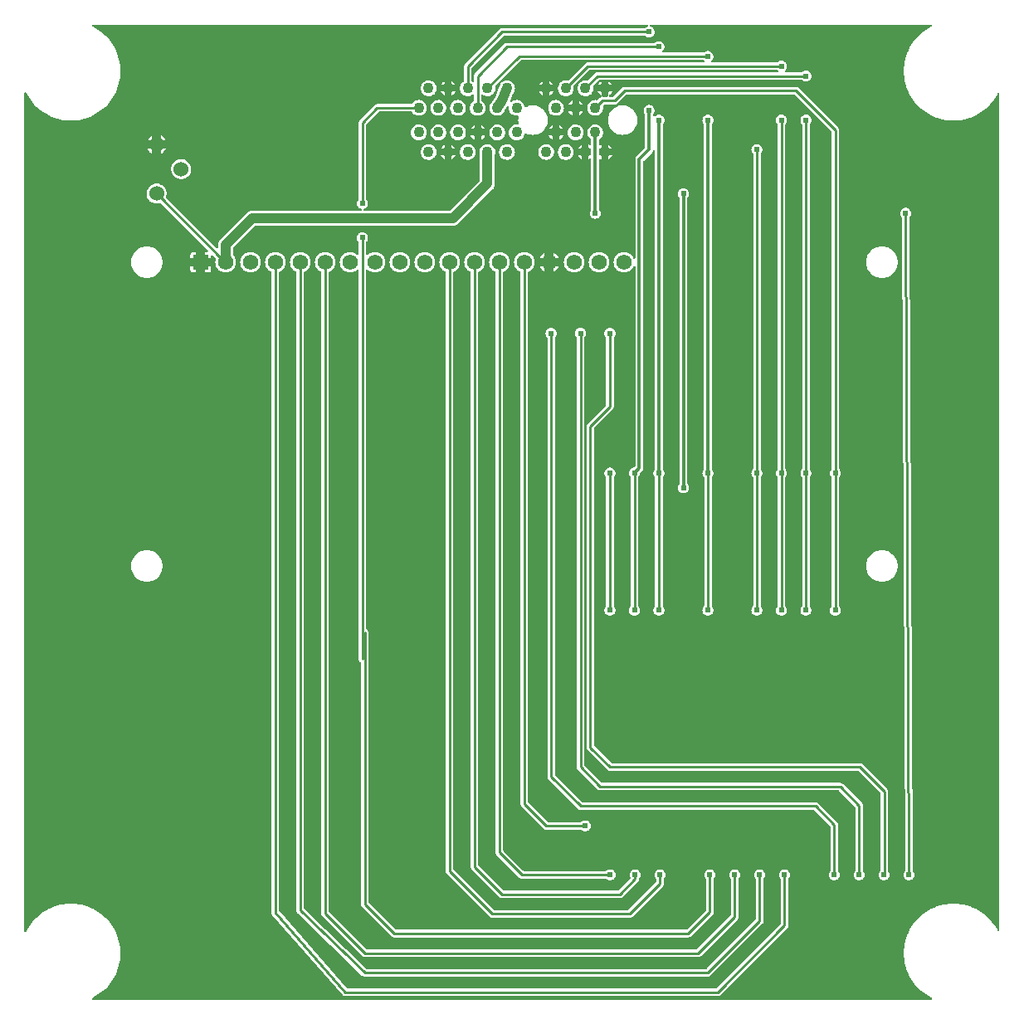
<source format=gtl>
G04 Layer: TopLayer*
G04 EasyEDA v6.5.20, 2023-09-17 03:17:05*
G04 a67cddfb3fce44daa9051d46cbbcc19f,10*
G04 Gerber Generator version 0.2*
G04 Scale: 100 percent, Rotated: No, Reflected: No *
G04 Dimensions in millimeters *
G04 leading zeros omitted , absolute positions ,4 integer and 5 decimal *
%FSLAX45Y45*%
%MOMM*%

%ADD10C,0.2540*%
%ADD11C,1.0000*%
%ADD12C,0.3000*%
%ADD13C,1.1000*%
%ADD14R,1.5748X1.5748*%
%ADD15C,1.5748*%
%ADD16C,1.5240*%
%ADD17C,0.6096*%
%ADD18C,0.6100*%
%ADD19C,0.0106*%

%LPD*%
G36*
X726033Y25908D02*
G01*
X722172Y26670D01*
X718921Y28803D01*
X716686Y32004D01*
X715873Y35864D01*
X716534Y39674D01*
X718616Y43027D01*
X721766Y45313D01*
X725373Y46939D01*
X752805Y61722D01*
X779272Y78130D01*
X804672Y96164D01*
X828954Y115722D01*
X851916Y136702D01*
X873607Y159105D01*
X893826Y182778D01*
X912571Y207670D01*
X929741Y233629D01*
X945286Y260654D01*
X959103Y288544D01*
X971194Y317246D01*
X981506Y346659D01*
X989990Y376631D01*
X996594Y407060D01*
X1001268Y437845D01*
X1004112Y468884D01*
X1004976Y499973D01*
X1004112Y531114D01*
X1001268Y562152D01*
X996594Y592937D01*
X989990Y623366D01*
X981506Y653338D01*
X971194Y682752D01*
X959103Y711454D01*
X945286Y739343D01*
X929741Y766368D01*
X912571Y792327D01*
X893826Y817219D01*
X873607Y840892D01*
X851916Y863295D01*
X828954Y884275D01*
X804672Y903833D01*
X779272Y921867D01*
X752805Y938276D01*
X725373Y953058D01*
X697077Y966063D01*
X668070Y977341D01*
X638403Y986790D01*
X608177Y994410D01*
X577545Y1000150D01*
X546658Y1003960D01*
X515569Y1005890D01*
X484428Y1005890D01*
X453339Y1003960D01*
X422401Y1000150D01*
X391820Y994410D01*
X361594Y986790D01*
X331927Y977341D01*
X302869Y966063D01*
X274624Y953058D01*
X247192Y938276D01*
X220725Y921867D01*
X195275Y903833D01*
X171043Y884275D01*
X148031Y863295D01*
X126390Y840892D01*
X106172Y817219D01*
X87426Y792327D01*
X70256Y766368D01*
X54711Y739343D01*
X45161Y720090D01*
X42316Y716584D01*
X38252Y714705D01*
X33731Y714705D01*
X29718Y716686D01*
X26924Y720242D01*
X25908Y724611D01*
X25908Y9275368D01*
X26924Y9279737D01*
X29718Y9283293D01*
X33731Y9285274D01*
X38252Y9285274D01*
X42316Y9283395D01*
X45161Y9279890D01*
X54711Y9260636D01*
X70256Y9233611D01*
X87426Y9207652D01*
X106172Y9182760D01*
X126390Y9159087D01*
X148031Y9136684D01*
X171043Y9115704D01*
X195275Y9096146D01*
X220725Y9078112D01*
X247192Y9061704D01*
X274624Y9046921D01*
X302869Y9033916D01*
X331927Y9022638D01*
X361594Y9013190D01*
X391820Y9005570D01*
X422401Y8999829D01*
X453339Y8996019D01*
X484428Y8994089D01*
X515569Y8994089D01*
X546658Y8996019D01*
X577545Y8999829D01*
X608177Y9005570D01*
X638403Y9013190D01*
X668070Y9022638D01*
X697077Y9033916D01*
X725373Y9046921D01*
X752805Y9061704D01*
X779272Y9078112D01*
X804672Y9096146D01*
X828954Y9115704D01*
X851916Y9136684D01*
X873607Y9159087D01*
X893826Y9182760D01*
X912571Y9207652D01*
X929741Y9233611D01*
X945286Y9260636D01*
X959103Y9288526D01*
X971194Y9317228D01*
X981506Y9346641D01*
X989990Y9376613D01*
X996594Y9407042D01*
X1001268Y9437827D01*
X1004112Y9468866D01*
X1004976Y9499955D01*
X1004112Y9531096D01*
X1001268Y9562134D01*
X996594Y9592919D01*
X989990Y9623348D01*
X981506Y9653320D01*
X971194Y9682734D01*
X959103Y9711436D01*
X945286Y9739325D01*
X929741Y9766350D01*
X912571Y9792309D01*
X893826Y9817201D01*
X873607Y9840874D01*
X851916Y9863277D01*
X828954Y9884257D01*
X804672Y9903815D01*
X779272Y9921849D01*
X752805Y9938258D01*
X725373Y9953040D01*
X721766Y9954666D01*
X718616Y9956952D01*
X716534Y9960305D01*
X715873Y9964115D01*
X716686Y9967976D01*
X718921Y9971176D01*
X722172Y9973310D01*
X726033Y9974072D01*
X6382461Y9974072D01*
X6386525Y9973208D01*
X6389878Y9970820D01*
X6392011Y9967264D01*
X6392570Y9963150D01*
X6391402Y9959187D01*
X6388760Y9955987D01*
X6385052Y9954107D01*
X6380734Y9952939D01*
X6371793Y9948773D01*
X6363766Y9943134D01*
X6362090Y9941509D01*
X6358788Y9939274D01*
X6354927Y9938512D01*
X4900930Y9938512D01*
X4892903Y9937750D01*
X4885690Y9935514D01*
X4879035Y9931958D01*
X4872786Y9926878D01*
X4522978Y9577578D01*
X4517847Y9571329D01*
X4514291Y9564674D01*
X4512106Y9557461D01*
X4511294Y9549434D01*
X4511294Y9401403D01*
X4510684Y9398000D01*
X4509008Y9395002D01*
X4506417Y9392716D01*
X4503064Y9390634D01*
X4493971Y9383115D01*
X4486097Y9374276D01*
X4479594Y9364472D01*
X4474565Y9353753D01*
X4471162Y9342475D01*
X4469434Y9330791D01*
X4469434Y9318955D01*
X4471162Y9307271D01*
X4474565Y9295993D01*
X4479594Y9285274D01*
X4486097Y9275419D01*
X4493971Y9266631D01*
X4503064Y9259112D01*
X4513122Y9252915D01*
X4523994Y9248343D01*
X4535424Y9245346D01*
X4547158Y9244025D01*
X4558944Y9244482D01*
X4570577Y9246616D01*
X4581753Y9250426D01*
X4592218Y9255810D01*
X4595317Y9257995D01*
X4599381Y9259722D01*
X4603800Y9259570D01*
X4607712Y9257588D01*
X4610404Y9254083D01*
X4611370Y9249765D01*
X4611370Y9201454D01*
X4610760Y9198051D01*
X4609084Y9195003D01*
X4606493Y9192768D01*
X4603038Y9190634D01*
X4593945Y9183116D01*
X4586071Y9174276D01*
X4579569Y9164472D01*
X4574540Y9153753D01*
X4571136Y9142476D01*
X4569460Y9130792D01*
X4569460Y9118955D01*
X4571136Y9107271D01*
X4574540Y9095994D01*
X4579569Y9085275D01*
X4586071Y9075420D01*
X4593945Y9066631D01*
X4603038Y9059113D01*
X4613148Y9052915D01*
X4623968Y9048343D01*
X4635398Y9045346D01*
X4647133Y9044025D01*
X4658969Y9044482D01*
X4670552Y9046616D01*
X4681728Y9050426D01*
X4692243Y9055811D01*
X4701844Y9062720D01*
X4710328Y9070898D01*
X4717542Y9080246D01*
X4723333Y9090558D01*
X4727549Y9101582D01*
X4730140Y9113113D01*
X4731004Y9124848D01*
X4730140Y9136634D01*
X4727549Y9148165D01*
X4723333Y9159189D01*
X4717542Y9169501D01*
X4710328Y9178848D01*
X4701844Y9187027D01*
X4692853Y9193479D01*
X4690567Y9195714D01*
X4689094Y9198559D01*
X4688586Y9201759D01*
X4688586Y9249816D01*
X4689500Y9253982D01*
X4692040Y9257436D01*
X4695748Y9259519D01*
X4700016Y9259874D01*
X4704029Y9258503D01*
X4713122Y9252915D01*
X4723993Y9248343D01*
X4735423Y9245346D01*
X4747158Y9244025D01*
X4758944Y9244482D01*
X4770577Y9246616D01*
X4781753Y9250426D01*
X4792218Y9255810D01*
X4801870Y9262719D01*
X4810353Y9270898D01*
X4817567Y9280245D01*
X4823358Y9290558D01*
X4827574Y9301581D01*
X4830114Y9313113D01*
X4830978Y9324848D01*
X4830114Y9336633D01*
X4828794Y9342577D01*
X4828641Y9345930D01*
X4829556Y9349181D01*
X4831537Y9351975D01*
X5087975Y9608413D01*
X5091277Y9610598D01*
X5095189Y9611360D01*
X6954977Y9611360D01*
X6958787Y9610648D01*
X6962038Y9608566D01*
X6964578Y9606076D01*
X6966864Y9602774D01*
X6967728Y9598863D01*
X6966966Y9594951D01*
X6964781Y9591598D01*
X6961479Y9589363D01*
X6957568Y9588601D01*
X5775299Y9588601D01*
X5767273Y9587788D01*
X5760008Y9585604D01*
X5753354Y9582048D01*
X5747105Y9576917D01*
X5576671Y9406483D01*
X5574030Y9404553D01*
X5570880Y9403588D01*
X5567629Y9403638D01*
X5558942Y9405264D01*
X5547156Y9405670D01*
X5535422Y9404400D01*
X5523992Y9401403D01*
X5513120Y9396780D01*
X5503062Y9390634D01*
X5493969Y9383115D01*
X5486095Y9374276D01*
X5479592Y9364472D01*
X5474563Y9353753D01*
X5471160Y9342475D01*
X5469432Y9330791D01*
X5469432Y9318955D01*
X5471160Y9307271D01*
X5474563Y9295993D01*
X5479592Y9285274D01*
X5486095Y9275419D01*
X5493969Y9266631D01*
X5503062Y9259112D01*
X5513120Y9252915D01*
X5523992Y9248343D01*
X5535422Y9245346D01*
X5547156Y9244025D01*
X5558942Y9244482D01*
X5570575Y9246616D01*
X5581751Y9250426D01*
X5592216Y9255810D01*
X5601868Y9262719D01*
X5610352Y9270898D01*
X5617565Y9280245D01*
X5623356Y9290558D01*
X5627573Y9301581D01*
X5630113Y9313113D01*
X5630976Y9324848D01*
X5630113Y9336633D01*
X5628792Y9342729D01*
X5628589Y9346082D01*
X5629554Y9349333D01*
X5631484Y9352127D01*
X5787796Y9508388D01*
X5791098Y9510572D01*
X5794959Y9511385D01*
X7704988Y9511385D01*
X7708849Y9510623D01*
X7712100Y9508490D01*
X7714538Y9506102D01*
X7716774Y9502851D01*
X7717586Y9498939D01*
X7716824Y9495028D01*
X7714640Y9491675D01*
X7711338Y9489440D01*
X7707426Y9488678D01*
X5875528Y9488678D01*
X5867501Y9487865D01*
X5860237Y9485680D01*
X5853582Y9482124D01*
X5847384Y9476994D01*
X5776772Y9406432D01*
X5774131Y9404553D01*
X5771032Y9403588D01*
X5767781Y9403638D01*
X5758942Y9405264D01*
X5747156Y9405670D01*
X5735421Y9404400D01*
X5723991Y9401403D01*
X5713120Y9396780D01*
X5703062Y9390634D01*
X5693968Y9383115D01*
X5686094Y9374276D01*
X5679592Y9364472D01*
X5674563Y9353753D01*
X5671159Y9342475D01*
X5669432Y9330791D01*
X5669432Y9318955D01*
X5671159Y9307271D01*
X5674563Y9295993D01*
X5679592Y9285274D01*
X5686094Y9275419D01*
X5693968Y9266631D01*
X5703062Y9259112D01*
X5713120Y9252915D01*
X5723991Y9248343D01*
X5735421Y9245346D01*
X5747156Y9244025D01*
X5758942Y9244482D01*
X5770575Y9246616D01*
X5781751Y9250426D01*
X5792216Y9255810D01*
X5801868Y9262719D01*
X5810351Y9270898D01*
X5817565Y9280245D01*
X5823356Y9290558D01*
X5827572Y9301581D01*
X5830112Y9313113D01*
X5830976Y9324848D01*
X5830112Y9336633D01*
X5828792Y9342577D01*
X5828639Y9345980D01*
X5829554Y9349232D01*
X5831535Y9351975D01*
X5888024Y9408464D01*
X5891326Y9410700D01*
X5895238Y9411462D01*
X5900978Y9411462D01*
X5905246Y9410547D01*
X5908751Y9407906D01*
X5910783Y9404045D01*
X5911037Y9399676D01*
X5909462Y9395663D01*
X5906312Y9392615D01*
X5903061Y9390634D01*
X5893968Y9383115D01*
X5886094Y9374276D01*
X5879592Y9364472D01*
X5876899Y9358731D01*
X5916269Y9358731D01*
X5916269Y9401302D01*
X5917031Y9405213D01*
X5919216Y9408464D01*
X5922518Y9410700D01*
X5926429Y9411462D01*
X5973775Y9411462D01*
X5977686Y9410700D01*
X5980988Y9408464D01*
X5983173Y9405213D01*
X5983935Y9401302D01*
X5983935Y9358731D01*
X6023508Y9358731D01*
X6017564Y9369501D01*
X6010351Y9378848D01*
X6001867Y9387027D01*
X5993434Y9393021D01*
X5990590Y9396171D01*
X5989269Y9400184D01*
X5989675Y9404400D01*
X5991809Y9408058D01*
X5995212Y9410598D01*
X5999378Y9411462D01*
X7954924Y9411462D01*
X7958785Y9410700D01*
X7962087Y9408464D01*
X7963763Y9406839D01*
X7971790Y9401200D01*
X7980730Y9397034D01*
X7990179Y9394494D01*
X7999984Y9393631D01*
X8009788Y9394494D01*
X8019237Y9397034D01*
X8028178Y9401200D01*
X8036204Y9406839D01*
X8043164Y9413748D01*
X8048802Y9421825D01*
X8052917Y9430715D01*
X8055457Y9440214D01*
X8056321Y9449968D01*
X8055457Y9459772D01*
X8052917Y9469272D01*
X8048802Y9478162D01*
X8043164Y9486188D01*
X8036204Y9493148D01*
X8028178Y9498787D01*
X8019237Y9502952D01*
X8009788Y9505492D01*
X7999984Y9506305D01*
X7990179Y9505492D01*
X7980730Y9502952D01*
X7971790Y9498787D01*
X7963763Y9493148D01*
X7962290Y9491675D01*
X7958988Y9489440D01*
X7955076Y9488678D01*
X7792567Y9488678D01*
X7788656Y9489440D01*
X7785353Y9491675D01*
X7783169Y9494977D01*
X7782407Y9498888D01*
X7783169Y9502749D01*
X7785404Y9506051D01*
X7793177Y9513773D01*
X7798816Y9521799D01*
X7802930Y9530689D01*
X7805470Y9540189D01*
X7806334Y9549942D01*
X7805470Y9559747D01*
X7802930Y9569246D01*
X7798816Y9578136D01*
X7793177Y9586214D01*
X7786217Y9593122D01*
X7778191Y9598761D01*
X7769250Y9602927D01*
X7759801Y9605467D01*
X7749997Y9606330D01*
X7740192Y9605467D01*
X7730744Y9602927D01*
X7721803Y9598761D01*
X7713776Y9593122D01*
X7712202Y9591548D01*
X7708900Y9589363D01*
X7705039Y9588601D01*
X7042403Y9588601D01*
X7038543Y9589363D01*
X7035241Y9591598D01*
X7033006Y9594900D01*
X7032244Y9598812D01*
X7033056Y9602673D01*
X7035292Y9605975D01*
X7043166Y9613747D01*
X7048804Y9621774D01*
X7052919Y9630714D01*
X7055459Y9640163D01*
X7056323Y9649968D01*
X7055459Y9659772D01*
X7052919Y9669221D01*
X7048804Y9678162D01*
X7043166Y9686188D01*
X7036206Y9693148D01*
X7028180Y9698786D01*
X7019239Y9702901D01*
X7009790Y9705441D01*
X6999986Y9706305D01*
X6990181Y9705441D01*
X6980732Y9702901D01*
X6971792Y9698786D01*
X6963765Y9693148D01*
X6962190Y9691573D01*
X6958888Y9689338D01*
X6955028Y9688576D01*
X6542430Y9688576D01*
X6538518Y9689338D01*
X6535216Y9691573D01*
X6533032Y9694875D01*
X6532270Y9698786D01*
X6533032Y9702698D01*
X6535267Y9705949D01*
X6543192Y9713772D01*
X6548780Y9721799D01*
X6552946Y9730689D01*
X6555486Y9740188D01*
X6556349Y9749942D01*
X6555486Y9759746D01*
X6552946Y9769246D01*
X6548780Y9778136D01*
X6543141Y9786213D01*
X6536232Y9793122D01*
X6528155Y9798761D01*
X6519265Y9802926D01*
X6509766Y9805466D01*
X6500012Y9806330D01*
X6490208Y9805466D01*
X6480708Y9802926D01*
X6471818Y9798761D01*
X6463741Y9793122D01*
X6462268Y9791649D01*
X6458966Y9789414D01*
X6455054Y9788652D01*
X4950460Y9788652D01*
X4942433Y9787839D01*
X4935220Y9785654D01*
X4928514Y9782098D01*
X4922316Y9776968D01*
X4623054Y9477705D01*
X4617923Y9471507D01*
X4614367Y9464802D01*
X4612182Y9457588D01*
X4611370Y9449562D01*
X4611370Y9399981D01*
X4610404Y9395663D01*
X4607712Y9392158D01*
X4603800Y9390176D01*
X4599381Y9389973D01*
X4595317Y9391700D01*
X4592777Y9393529D01*
X4590491Y9395764D01*
X4589018Y9398660D01*
X4588510Y9401810D01*
X4588510Y9529673D01*
X4589272Y9533585D01*
X4591507Y9536836D01*
X4913426Y9858349D01*
X4916728Y9860534D01*
X4920589Y9861296D01*
X6355080Y9861296D01*
X6358940Y9860534D01*
X6362242Y9858298D01*
X6363766Y9856825D01*
X6371793Y9851186D01*
X6380734Y9847021D01*
X6390182Y9844481D01*
X6399987Y9843617D01*
X6409791Y9844481D01*
X6419240Y9847021D01*
X6428181Y9851186D01*
X6436207Y9856825D01*
X6443167Y9863734D01*
X6448806Y9871811D01*
X6452920Y9880701D01*
X6455460Y9890201D01*
X6456324Y9899954D01*
X6455460Y9909759D01*
X6452920Y9919258D01*
X6448806Y9928148D01*
X6443167Y9936226D01*
X6436207Y9943134D01*
X6428181Y9948773D01*
X6419240Y9952939D01*
X6414922Y9954107D01*
X6411214Y9955987D01*
X6408572Y9959187D01*
X6407404Y9963150D01*
X6407962Y9967264D01*
X6410096Y9970820D01*
X6413449Y9973208D01*
X6417513Y9974072D01*
X9278975Y9974072D01*
X9282785Y9973310D01*
X9286036Y9971176D01*
X9288272Y9967976D01*
X9289084Y9964115D01*
X9288424Y9960305D01*
X9286392Y9956952D01*
X9283192Y9954666D01*
X9279585Y9953040D01*
X9252153Y9938258D01*
X9225686Y9921849D01*
X9200286Y9903815D01*
X9176054Y9884257D01*
X9153042Y9863277D01*
X9131401Y9840874D01*
X9111132Y9817201D01*
X9092387Y9792309D01*
X9075216Y9766350D01*
X9059722Y9739325D01*
X9045854Y9711436D01*
X9033764Y9682734D01*
X9023451Y9653320D01*
X9015018Y9623348D01*
X9008414Y9592919D01*
X9003690Y9562134D01*
X9000896Y9531096D01*
X8999982Y9500006D01*
X9000896Y9468866D01*
X9003690Y9437827D01*
X9008414Y9407042D01*
X9015018Y9376613D01*
X9023451Y9346641D01*
X9033764Y9317228D01*
X9045854Y9288526D01*
X9059722Y9260636D01*
X9075216Y9233611D01*
X9092387Y9207652D01*
X9111132Y9182760D01*
X9131401Y9159087D01*
X9153042Y9136684D01*
X9176054Y9115704D01*
X9200286Y9096146D01*
X9225686Y9078112D01*
X9252153Y9061704D01*
X9279585Y9046921D01*
X9307880Y9033916D01*
X9336938Y9022638D01*
X9366605Y9013190D01*
X9396780Y9005570D01*
X9427413Y8999829D01*
X9458299Y8996019D01*
X9489389Y8994089D01*
X9520529Y8994089D01*
X9551619Y8996019D01*
X9582556Y8999829D01*
X9613188Y9005570D01*
X9643364Y9013190D01*
X9673031Y9022638D01*
X9702088Y9033916D01*
X9730384Y9046921D01*
X9757816Y9061704D01*
X9784283Y9078112D01*
X9809683Y9096146D01*
X9833914Y9115704D01*
X9856927Y9136684D01*
X9878568Y9159087D01*
X9898837Y9182760D01*
X9917531Y9207652D01*
X9934702Y9233611D01*
X9950246Y9260636D01*
X9954818Y9269831D01*
X9957663Y9273286D01*
X9961727Y9275216D01*
X9966248Y9275165D01*
X9970262Y9273235D01*
X9973056Y9269679D01*
X9974072Y9265310D01*
X9974072Y734669D01*
X9973056Y730300D01*
X9970262Y726744D01*
X9966248Y724814D01*
X9961727Y724763D01*
X9957663Y726694D01*
X9954818Y730148D01*
X9950246Y739343D01*
X9934702Y766368D01*
X9917531Y792327D01*
X9898837Y817219D01*
X9878568Y840892D01*
X9856927Y863295D01*
X9833914Y884275D01*
X9809683Y903833D01*
X9784283Y921867D01*
X9757816Y938276D01*
X9730384Y953058D01*
X9702088Y966063D01*
X9673031Y977341D01*
X9643364Y986790D01*
X9613188Y994410D01*
X9582556Y1000150D01*
X9551619Y1003960D01*
X9520529Y1005890D01*
X9489389Y1005890D01*
X9458299Y1003960D01*
X9427413Y1000150D01*
X9396780Y994410D01*
X9366605Y986790D01*
X9336938Y977341D01*
X9307880Y966063D01*
X9279585Y953058D01*
X9252153Y938276D01*
X9225686Y921867D01*
X9200286Y903833D01*
X9176054Y884275D01*
X9153042Y863295D01*
X9131401Y840892D01*
X9111132Y817219D01*
X9092387Y792327D01*
X9075216Y766368D01*
X9059722Y739343D01*
X9045854Y711454D01*
X9033764Y682752D01*
X9023451Y653338D01*
X9015018Y623366D01*
X9008414Y592937D01*
X9003690Y562152D01*
X9000896Y531114D01*
X8999982Y500024D01*
X9000896Y468884D01*
X9003690Y437845D01*
X9008414Y407060D01*
X9015018Y376631D01*
X9023451Y346659D01*
X9033764Y317246D01*
X9045854Y288544D01*
X9059722Y260654D01*
X9075216Y233629D01*
X9092387Y207670D01*
X9111132Y182778D01*
X9131401Y159105D01*
X9153042Y136702D01*
X9176054Y115722D01*
X9200286Y96164D01*
X9225686Y78130D01*
X9252153Y61722D01*
X9279585Y46939D01*
X9283192Y45313D01*
X9286392Y43027D01*
X9288424Y39674D01*
X9289084Y35864D01*
X9288272Y32004D01*
X9286036Y28803D01*
X9282785Y26670D01*
X9278975Y25908D01*
G37*

%LPC*%
G36*
X5383936Y9358731D02*
G01*
X5423509Y9358731D01*
X5417566Y9369501D01*
X5410352Y9378848D01*
X5401868Y9387027D01*
X5392216Y9393885D01*
X5383936Y9398152D01*
G37*
G36*
X3500374Y461518D02*
G01*
X6899402Y461518D01*
X6907428Y462280D01*
X6914642Y464515D01*
X6921296Y468071D01*
X6927545Y473151D01*
X7299959Y845312D01*
X7305090Y851560D01*
X7308646Y858215D01*
X7310831Y865479D01*
X7311644Y873506D01*
X7311644Y1255064D01*
X7312406Y1258925D01*
X7314641Y1262227D01*
X7316165Y1263751D01*
X7321803Y1271828D01*
X7325918Y1280718D01*
X7328458Y1290218D01*
X7329322Y1299972D01*
X7328458Y1309776D01*
X7325918Y1319276D01*
X7321803Y1328166D01*
X7316165Y1336243D01*
X7309205Y1343152D01*
X7301179Y1348790D01*
X7292238Y1352956D01*
X7282789Y1355496D01*
X7272985Y1356360D01*
X7263180Y1355496D01*
X7253731Y1352956D01*
X7244791Y1348790D01*
X7236764Y1343152D01*
X7229805Y1336243D01*
X7224166Y1328166D01*
X7220051Y1319276D01*
X7217511Y1309776D01*
X7216648Y1299972D01*
X7217511Y1290218D01*
X7220051Y1280718D01*
X7224166Y1271828D01*
X7229805Y1263751D01*
X7231430Y1262126D01*
X7233666Y1258824D01*
X7234428Y1254963D01*
X7234428Y893216D01*
X7233666Y889304D01*
X7231430Y886002D01*
X6886905Y541731D01*
X6883603Y539496D01*
X6879742Y538734D01*
X3520084Y538734D01*
X3516172Y539496D01*
X3512870Y541731D01*
X3136595Y918006D01*
X3134360Y921308D01*
X3133598Y925220D01*
X3133598Y7446365D01*
X3134309Y7450023D01*
X3136290Y7453223D01*
X3139287Y7455458D01*
X3147212Y7459370D01*
X3158591Y7466990D01*
X3168853Y7475981D01*
X3177895Y7486294D01*
X3185464Y7497673D01*
X3191560Y7509967D01*
X3195929Y7522921D01*
X3198622Y7536332D01*
X3199485Y7549997D01*
X3198622Y7563662D01*
X3195929Y7577074D01*
X3191560Y7590028D01*
X3185464Y7602321D01*
X3177895Y7613700D01*
X3168853Y7623962D01*
X3158591Y7633004D01*
X3147212Y7640574D01*
X3134918Y7646670D01*
X3121964Y7651038D01*
X3108553Y7653731D01*
X3094888Y7654594D01*
X3081223Y7653731D01*
X3067812Y7651038D01*
X3054858Y7646670D01*
X3042564Y7640574D01*
X3031185Y7633004D01*
X3020923Y7623962D01*
X3011881Y7613700D01*
X3004261Y7602321D01*
X2998216Y7590028D01*
X2993796Y7577074D01*
X2991154Y7563662D01*
X2990240Y7549997D01*
X2991154Y7536332D01*
X2993796Y7522921D01*
X2998216Y7509967D01*
X3004261Y7497673D01*
X3011881Y7486294D01*
X3020923Y7475981D01*
X3031185Y7466990D01*
X3042564Y7459370D01*
X3050692Y7455357D01*
X3053689Y7453122D01*
X3055670Y7449921D01*
X3056382Y7446264D01*
X3056382Y905510D01*
X3057194Y897483D01*
X3059379Y890269D01*
X3062935Y883564D01*
X3068066Y877366D01*
X3472230Y473201D01*
X3478428Y468071D01*
X3485134Y464515D01*
X3492347Y462330D01*
G37*
G36*
X3800601Y661416D02*
G01*
X6799580Y661416D01*
X6807606Y662228D01*
X6814820Y664413D01*
X6821525Y667969D01*
X6827723Y673100D01*
X7045959Y891336D01*
X7051090Y897534D01*
X7054646Y904240D01*
X7056831Y911453D01*
X7057644Y919480D01*
X7057644Y1255064D01*
X7058406Y1258925D01*
X7060641Y1262227D01*
X7062165Y1263751D01*
X7067803Y1271828D01*
X7071918Y1280718D01*
X7074458Y1290218D01*
X7075322Y1299972D01*
X7074458Y1309776D01*
X7071918Y1319276D01*
X7067803Y1328166D01*
X7062165Y1336243D01*
X7055205Y1343152D01*
X7047179Y1348790D01*
X7038238Y1352956D01*
X7028789Y1355496D01*
X7018985Y1356360D01*
X7009180Y1355496D01*
X6999731Y1352956D01*
X6990791Y1348790D01*
X6982764Y1343152D01*
X6975805Y1336243D01*
X6970166Y1328166D01*
X6966051Y1319276D01*
X6963511Y1309776D01*
X6962648Y1299972D01*
X6963511Y1290218D01*
X6966051Y1280718D01*
X6970166Y1271828D01*
X6975805Y1263751D01*
X6977430Y1262126D01*
X6979666Y1258824D01*
X6980428Y1254963D01*
X6980428Y939190D01*
X6979666Y935278D01*
X6977430Y931976D01*
X6787083Y741629D01*
X6783781Y739394D01*
X6779869Y738632D01*
X3820261Y738632D01*
X3816400Y739394D01*
X3813098Y741629D01*
X3541471Y1013002D01*
X3539236Y1016304D01*
X3538474Y1020216D01*
X3538474Y3770376D01*
X3537661Y3778402D01*
X3535476Y3785615D01*
X3531920Y3792321D01*
X3527145Y3798163D01*
X3521303Y3802938D01*
X3518966Y3804158D01*
X3516122Y3806444D01*
X3514242Y3809542D01*
X3513632Y3813149D01*
X3513632Y7466990D01*
X3514344Y7470749D01*
X3516426Y7474000D01*
X3519576Y7476236D01*
X3523335Y7477150D01*
X3527145Y7476591D01*
X3530447Y7474610D01*
X3539185Y7466990D01*
X3550564Y7459370D01*
X3562858Y7453325D01*
X3575812Y7448905D01*
X3589223Y7446264D01*
X3602888Y7445349D01*
X3616553Y7446264D01*
X3629964Y7448905D01*
X3642918Y7453325D01*
X3655212Y7459370D01*
X3666591Y7466990D01*
X3676853Y7475981D01*
X3685895Y7486294D01*
X3693464Y7497673D01*
X3699560Y7509967D01*
X3703929Y7522921D01*
X3706622Y7536332D01*
X3707485Y7549997D01*
X3706622Y7563662D01*
X3703929Y7577074D01*
X3699560Y7590028D01*
X3693464Y7602321D01*
X3685895Y7613700D01*
X3676853Y7623962D01*
X3666591Y7633004D01*
X3655212Y7640574D01*
X3642918Y7646670D01*
X3629964Y7651038D01*
X3616553Y7653731D01*
X3602888Y7654594D01*
X3589223Y7653731D01*
X3575812Y7651038D01*
X3562858Y7646670D01*
X3550564Y7640574D01*
X3539185Y7633004D01*
X3530447Y7625334D01*
X3527145Y7623403D01*
X3523335Y7622844D01*
X3519576Y7623708D01*
X3516426Y7625943D01*
X3514344Y7629194D01*
X3513632Y7633004D01*
X3513632Y7755026D01*
X3514394Y7758887D01*
X3516579Y7762189D01*
X3518154Y7763764D01*
X3523792Y7771790D01*
X3527958Y7780731D01*
X3530498Y7790180D01*
X3531362Y7799984D01*
X3530498Y7809788D01*
X3527958Y7819237D01*
X3523792Y7828178D01*
X3518154Y7836204D01*
X3511194Y7843164D01*
X3503168Y7848803D01*
X3494278Y7852918D01*
X3484778Y7855458D01*
X3474974Y7856321D01*
X3465220Y7855458D01*
X3455720Y7852918D01*
X3446830Y7848803D01*
X3438753Y7843164D01*
X3431844Y7836204D01*
X3426206Y7828178D01*
X3422040Y7819237D01*
X3419500Y7809788D01*
X3418636Y7799984D01*
X3419500Y7790180D01*
X3422040Y7780731D01*
X3426206Y7771790D01*
X3431844Y7763764D01*
X3433419Y7762189D01*
X3435604Y7758887D01*
X3436416Y7754975D01*
X3436416Y7634528D01*
X3435654Y7630718D01*
X3433572Y7627518D01*
X3430422Y7625283D01*
X3426663Y7624368D01*
X3422853Y7624927D01*
X3419551Y7626908D01*
X3412591Y7633004D01*
X3401212Y7640574D01*
X3388918Y7646670D01*
X3375964Y7651038D01*
X3362553Y7653731D01*
X3348888Y7654594D01*
X3335223Y7653731D01*
X3321812Y7651038D01*
X3308858Y7646670D01*
X3296564Y7640574D01*
X3285185Y7633004D01*
X3274923Y7623962D01*
X3265881Y7613700D01*
X3258261Y7602321D01*
X3252215Y7590028D01*
X3247796Y7577074D01*
X3245154Y7563662D01*
X3244240Y7549997D01*
X3245154Y7536332D01*
X3247796Y7522921D01*
X3252215Y7509967D01*
X3258261Y7497673D01*
X3265881Y7486294D01*
X3274923Y7475981D01*
X3285185Y7466990D01*
X3296564Y7459370D01*
X3308858Y7453325D01*
X3321812Y7448905D01*
X3335223Y7446264D01*
X3348888Y7445349D01*
X3362553Y7446264D01*
X3375964Y7448905D01*
X3388918Y7453325D01*
X3401212Y7459370D01*
X3412591Y7466990D01*
X3419551Y7473086D01*
X3422853Y7475016D01*
X3426663Y7475575D01*
X3430422Y7474712D01*
X3433572Y7472476D01*
X3435654Y7469225D01*
X3436416Y7465466D01*
X3436416Y3500475D01*
X3437178Y3492500D01*
X3439363Y3485235D01*
X3442919Y3478580D01*
X3447745Y3472738D01*
X3453587Y3467912D01*
X3455873Y3466693D01*
X3458718Y3464458D01*
X3460597Y3461308D01*
X3461258Y3457752D01*
X3461258Y1000506D01*
X3462070Y992479D01*
X3464255Y985266D01*
X3467811Y978560D01*
X3472942Y972362D01*
X3772458Y673049D01*
X3778656Y667969D01*
X3785362Y664413D01*
X3792575Y662228D01*
G37*
G36*
X4800600Y861314D02*
G01*
X6199378Y861314D01*
X6207404Y862126D01*
X6214618Y864311D01*
X6221323Y867867D01*
X6227521Y872998D01*
X6537959Y1183436D01*
X6543090Y1189634D01*
X6546646Y1196340D01*
X6548831Y1203553D01*
X6549644Y1211580D01*
X6549644Y1255064D01*
X6550406Y1258925D01*
X6552641Y1262227D01*
X6554165Y1263751D01*
X6559803Y1271828D01*
X6563918Y1280718D01*
X6566458Y1290218D01*
X6567322Y1299972D01*
X6566458Y1309776D01*
X6563918Y1319276D01*
X6559803Y1328166D01*
X6554165Y1336243D01*
X6547205Y1343152D01*
X6539179Y1348790D01*
X6530238Y1352956D01*
X6520789Y1355496D01*
X6510985Y1356360D01*
X6501180Y1355496D01*
X6491732Y1352956D01*
X6482791Y1348790D01*
X6474764Y1343152D01*
X6467805Y1336243D01*
X6462166Y1328166D01*
X6458051Y1319276D01*
X6455511Y1309776D01*
X6454648Y1299972D01*
X6455511Y1290218D01*
X6458051Y1280718D01*
X6462166Y1271828D01*
X6467805Y1263751D01*
X6469430Y1262126D01*
X6471666Y1258824D01*
X6472428Y1254963D01*
X6472428Y1231290D01*
X6471666Y1227378D01*
X6469430Y1224076D01*
X6186881Y941527D01*
X6183579Y939292D01*
X6179667Y938530D01*
X4820310Y938530D01*
X4816398Y939292D01*
X4813096Y941527D01*
X4406595Y1348028D01*
X4404360Y1351330D01*
X4403598Y1355242D01*
X4403598Y7446365D01*
X4404309Y7450023D01*
X4406290Y7453223D01*
X4409287Y7455458D01*
X4417212Y7459370D01*
X4428591Y7466990D01*
X4438853Y7475981D01*
X4447895Y7486294D01*
X4455464Y7497673D01*
X4461560Y7509967D01*
X4465929Y7522921D01*
X4468622Y7536332D01*
X4469485Y7549997D01*
X4468622Y7563662D01*
X4465929Y7577074D01*
X4461560Y7590028D01*
X4455464Y7602321D01*
X4447895Y7613700D01*
X4438853Y7623962D01*
X4428591Y7633004D01*
X4417212Y7640574D01*
X4404918Y7646670D01*
X4391964Y7651038D01*
X4378553Y7653731D01*
X4364888Y7654594D01*
X4351223Y7653731D01*
X4337812Y7651038D01*
X4324858Y7646670D01*
X4312564Y7640574D01*
X4301185Y7633004D01*
X4290923Y7623962D01*
X4281881Y7613700D01*
X4274261Y7602321D01*
X4268216Y7590028D01*
X4263796Y7577074D01*
X4261154Y7563662D01*
X4260240Y7549997D01*
X4261154Y7536332D01*
X4263796Y7522921D01*
X4268216Y7509967D01*
X4274261Y7497673D01*
X4281881Y7486294D01*
X4290923Y7475981D01*
X4301185Y7466990D01*
X4312564Y7459370D01*
X4320692Y7455357D01*
X4323689Y7453122D01*
X4325670Y7449921D01*
X4326382Y7446264D01*
X4326382Y1335532D01*
X4327194Y1327505D01*
X4329379Y1320292D01*
X4332935Y1313586D01*
X4338066Y1307388D01*
X4772456Y872998D01*
X4778654Y867867D01*
X4785360Y864311D01*
X4792573Y862126D01*
G37*
G36*
X4900422Y1061466D02*
G01*
X6099556Y1061466D01*
X6107582Y1062278D01*
X6114796Y1064463D01*
X6121501Y1068019D01*
X6127699Y1073150D01*
X6283960Y1229410D01*
X6289090Y1235608D01*
X6292646Y1242314D01*
X6294831Y1249527D01*
X6295491Y1255826D01*
X6296406Y1259179D01*
X6298387Y1262024D01*
X6300165Y1263751D01*
X6305804Y1271828D01*
X6309918Y1280718D01*
X6312458Y1290218D01*
X6313322Y1299972D01*
X6312458Y1309776D01*
X6309918Y1319276D01*
X6305804Y1328166D01*
X6300165Y1336243D01*
X6293205Y1343152D01*
X6285179Y1348790D01*
X6276238Y1352956D01*
X6266789Y1355496D01*
X6256985Y1356360D01*
X6247180Y1355496D01*
X6237732Y1352956D01*
X6228791Y1348790D01*
X6220764Y1343152D01*
X6213805Y1336243D01*
X6208166Y1328166D01*
X6204051Y1319276D01*
X6201511Y1309776D01*
X6200648Y1299972D01*
X6201511Y1290218D01*
X6204051Y1280718D01*
X6208064Y1272133D01*
X6208979Y1268120D01*
X6208268Y1264056D01*
X6206032Y1260652D01*
X6087059Y1141679D01*
X6083757Y1139444D01*
X6079845Y1138682D01*
X4920132Y1138682D01*
X4916220Y1139444D01*
X4912918Y1141679D01*
X4660595Y1394002D01*
X4658360Y1397304D01*
X4657598Y1401216D01*
X4657598Y7446365D01*
X4658309Y7450023D01*
X4660290Y7453223D01*
X4663287Y7455458D01*
X4671212Y7459370D01*
X4682591Y7466990D01*
X4692853Y7475981D01*
X4701895Y7486294D01*
X4709464Y7497673D01*
X4715560Y7509967D01*
X4719929Y7522921D01*
X4722622Y7536332D01*
X4723485Y7549997D01*
X4722622Y7563662D01*
X4719929Y7577074D01*
X4715560Y7590028D01*
X4709464Y7602321D01*
X4701895Y7613700D01*
X4692853Y7623962D01*
X4682591Y7633004D01*
X4671212Y7640574D01*
X4658918Y7646670D01*
X4645964Y7651038D01*
X4632553Y7653731D01*
X4618888Y7654594D01*
X4605223Y7653731D01*
X4591812Y7651038D01*
X4578858Y7646670D01*
X4566564Y7640574D01*
X4555185Y7633004D01*
X4544923Y7623962D01*
X4535881Y7613700D01*
X4528261Y7602321D01*
X4522216Y7590028D01*
X4517796Y7577074D01*
X4515154Y7563662D01*
X4514240Y7549997D01*
X4515154Y7536332D01*
X4517796Y7522921D01*
X4522216Y7509967D01*
X4528261Y7497673D01*
X4535881Y7486294D01*
X4544923Y7475981D01*
X4555185Y7466990D01*
X4566564Y7459370D01*
X4574692Y7455357D01*
X4577689Y7453122D01*
X4579670Y7449921D01*
X4580382Y7446264D01*
X4580382Y1381506D01*
X4581194Y1373479D01*
X4583379Y1366266D01*
X4586935Y1359560D01*
X4592066Y1353362D01*
X4872278Y1073150D01*
X4878476Y1068019D01*
X4885182Y1064463D01*
X4892395Y1062278D01*
G37*
G36*
X9050985Y1243634D02*
G01*
X9060789Y1244498D01*
X9070238Y1247038D01*
X9079179Y1251204D01*
X9087205Y1256842D01*
X9094165Y1263751D01*
X9099804Y1271828D01*
X9103918Y1280718D01*
X9106458Y1290218D01*
X9107322Y1299972D01*
X9106458Y1309776D01*
X9103918Y1319276D01*
X9099804Y1328166D01*
X9094165Y1336243D01*
X9092336Y1338021D01*
X9090152Y1341272D01*
X9089390Y1345133D01*
X9056319Y8004860D01*
X9057081Y8008772D01*
X9059316Y8012074D01*
X9060637Y8013446D01*
X9066276Y8021472D01*
X9070441Y8030362D01*
X9072981Y8039862D01*
X9073845Y8049666D01*
X9072981Y8059420D01*
X9070441Y8068919D01*
X9066276Y8077809D01*
X9060637Y8085886D01*
X9053728Y8092846D01*
X9045651Y8098434D01*
X9036761Y8102600D01*
X9027261Y8105140D01*
X9017508Y8106003D01*
X9007703Y8105140D01*
X8998204Y8102600D01*
X8989314Y8098434D01*
X8981287Y8092846D01*
X8974328Y8085886D01*
X8968689Y8077809D01*
X8964523Y8068919D01*
X8961983Y8059420D01*
X8961170Y8049666D01*
X8961983Y8039862D01*
X8964523Y8030362D01*
X8968689Y8021472D01*
X8974328Y8013446D01*
X8976156Y8011617D01*
X8978341Y8008366D01*
X8979103Y8004505D01*
X9012174Y1344828D01*
X9011412Y1340916D01*
X9009176Y1337564D01*
X9007805Y1336243D01*
X9002166Y1328166D01*
X8998051Y1319276D01*
X8995511Y1309776D01*
X8994648Y1299972D01*
X8995511Y1290218D01*
X8998051Y1280718D01*
X9002166Y1271828D01*
X9007805Y1263751D01*
X9014764Y1256842D01*
X9022791Y1251204D01*
X9031732Y1247038D01*
X9041180Y1244498D01*
G37*
G36*
X6002985Y1243634D02*
G01*
X6012789Y1244498D01*
X6022238Y1247038D01*
X6031179Y1251204D01*
X6039205Y1256842D01*
X6046165Y1263751D01*
X6051804Y1271828D01*
X6055918Y1280718D01*
X6058458Y1290218D01*
X6059322Y1299972D01*
X6058458Y1309776D01*
X6055918Y1319276D01*
X6051804Y1328166D01*
X6046165Y1336243D01*
X6039205Y1343152D01*
X6031179Y1348790D01*
X6022238Y1352956D01*
X6012789Y1355496D01*
X6002985Y1356360D01*
X5993180Y1355496D01*
X5983732Y1352956D01*
X5974791Y1348790D01*
X5966764Y1343152D01*
X5965190Y1341577D01*
X5961888Y1339392D01*
X5957976Y1338580D01*
X5120182Y1338580D01*
X5116322Y1339392D01*
X5113020Y1341577D01*
X4914595Y1540002D01*
X4912360Y1543304D01*
X4911598Y1547215D01*
X4911598Y7446365D01*
X4912309Y7450023D01*
X4914290Y7453223D01*
X4917287Y7455458D01*
X4925212Y7459370D01*
X4936591Y7466990D01*
X4946853Y7475981D01*
X4955895Y7486294D01*
X4963464Y7497673D01*
X4969560Y7509967D01*
X4973929Y7522921D01*
X4976622Y7536332D01*
X4977485Y7549997D01*
X4976622Y7563662D01*
X4973929Y7577074D01*
X4969560Y7590028D01*
X4963464Y7602321D01*
X4955895Y7613700D01*
X4946853Y7623962D01*
X4936591Y7633004D01*
X4925212Y7640574D01*
X4912918Y7646670D01*
X4899964Y7651038D01*
X4886553Y7653731D01*
X4872888Y7654594D01*
X4859223Y7653731D01*
X4845812Y7651038D01*
X4832858Y7646670D01*
X4820564Y7640574D01*
X4809185Y7633004D01*
X4798923Y7623962D01*
X4789881Y7613700D01*
X4782261Y7602321D01*
X4776216Y7590028D01*
X4771796Y7577074D01*
X4769154Y7563662D01*
X4768240Y7549997D01*
X4769154Y7536332D01*
X4771796Y7522921D01*
X4776216Y7509967D01*
X4782261Y7497673D01*
X4789881Y7486294D01*
X4798923Y7475981D01*
X4809185Y7466990D01*
X4820564Y7459370D01*
X4828692Y7455357D01*
X4831689Y7453122D01*
X4833670Y7449921D01*
X4834382Y7446264D01*
X4834382Y1527505D01*
X4835194Y1519478D01*
X4837379Y1512265D01*
X4840935Y1505559D01*
X4846066Y1499362D01*
X5072329Y1273048D01*
X5078577Y1267917D01*
X5085232Y1264361D01*
X5092446Y1262176D01*
X5100472Y1261364D01*
X5957976Y1261364D01*
X5961888Y1260602D01*
X5965190Y1258417D01*
X5966764Y1256842D01*
X5974791Y1251204D01*
X5983732Y1247038D01*
X5993180Y1244498D01*
G37*
G36*
X8542985Y1243634D02*
G01*
X8552789Y1244498D01*
X8562238Y1247038D01*
X8571179Y1251204D01*
X8579205Y1256842D01*
X8586165Y1263751D01*
X8591804Y1271828D01*
X8595918Y1280718D01*
X8598458Y1290218D01*
X8599322Y1299972D01*
X8598458Y1309776D01*
X8595918Y1319276D01*
X8591804Y1328166D01*
X8586165Y1336243D01*
X8584641Y1337767D01*
X8582406Y1341069D01*
X8581644Y1344930D01*
X8581644Y2006346D01*
X8580831Y2014372D01*
X8578646Y2021586D01*
X8575090Y2028291D01*
X8569960Y2034489D01*
X8377631Y2226818D01*
X8371433Y2231948D01*
X8364728Y2235504D01*
X8357514Y2237689D01*
X8349488Y2238502D01*
X5920130Y2238502D01*
X5916218Y2239264D01*
X5912916Y2241499D01*
X5741568Y2413050D01*
X5739384Y2416352D01*
X5738622Y2420213D01*
X5738622Y6780022D01*
X5739384Y6783882D01*
X5741568Y6787184D01*
X5743143Y6788759D01*
X5748782Y6796786D01*
X5752947Y6805726D01*
X5755487Y6815175D01*
X5756351Y6824980D01*
X5755487Y6834784D01*
X5752947Y6844233D01*
X5748782Y6853174D01*
X5743143Y6861200D01*
X5736234Y6868159D01*
X5728157Y6873798D01*
X5719267Y6877913D01*
X5709767Y6880453D01*
X5700014Y6881317D01*
X5690209Y6880453D01*
X5680710Y6877913D01*
X5671820Y6873798D01*
X5663742Y6868159D01*
X5656834Y6861200D01*
X5651195Y6853174D01*
X5647029Y6844233D01*
X5644489Y6834784D01*
X5643626Y6824980D01*
X5644489Y6815175D01*
X5647029Y6805726D01*
X5651195Y6796786D01*
X5656834Y6788759D01*
X5658408Y6787184D01*
X5660593Y6783882D01*
X5661406Y6780022D01*
X5661406Y2400554D01*
X5662168Y2392527D01*
X5664403Y2385314D01*
X5667959Y2378659D01*
X5673039Y2372410D01*
X5872226Y2172970D01*
X5878474Y2167839D01*
X5885129Y2164283D01*
X5892342Y2162098D01*
X5900369Y2161286D01*
X8329777Y2161286D01*
X8333689Y2160524D01*
X8336991Y2158288D01*
X8501430Y1993849D01*
X8503666Y1990547D01*
X8504428Y1986635D01*
X8504428Y1345031D01*
X8503666Y1341170D01*
X8501430Y1337868D01*
X8499805Y1336243D01*
X8494166Y1328166D01*
X8490051Y1319276D01*
X8487511Y1309776D01*
X8486648Y1299972D01*
X8487511Y1290218D01*
X8490051Y1280718D01*
X8494166Y1271828D01*
X8499805Y1263751D01*
X8506764Y1256842D01*
X8514791Y1251204D01*
X8523732Y1247038D01*
X8533180Y1244498D01*
G37*
G36*
X8288985Y1243634D02*
G01*
X8298789Y1244498D01*
X8308238Y1247038D01*
X8317179Y1251204D01*
X8325205Y1256842D01*
X8332165Y1263751D01*
X8337803Y1271828D01*
X8341918Y1280718D01*
X8344458Y1290218D01*
X8345322Y1299972D01*
X8344458Y1309776D01*
X8341918Y1319276D01*
X8337803Y1328166D01*
X8332165Y1336243D01*
X8330641Y1337767D01*
X8328406Y1341069D01*
X8327644Y1344930D01*
X8327644Y1810512D01*
X8326831Y1818538D01*
X8324646Y1825752D01*
X8321090Y1832457D01*
X8315959Y1838655D01*
X8127695Y2026920D01*
X8121497Y2032050D01*
X8114792Y2035606D01*
X8107578Y2037791D01*
X8099552Y2038604D01*
X5720232Y2038604D01*
X5716320Y2039366D01*
X5713018Y2041601D01*
X5441645Y2312974D01*
X5439410Y2316276D01*
X5438648Y2320188D01*
X5438597Y6780022D01*
X5439359Y6783882D01*
X5441594Y6787184D01*
X5443169Y6788759D01*
X5448808Y6796786D01*
X5452922Y6805726D01*
X5455462Y6815175D01*
X5456326Y6824980D01*
X5455462Y6834784D01*
X5452922Y6844233D01*
X5448808Y6853174D01*
X5443169Y6861200D01*
X5436209Y6868159D01*
X5428183Y6873798D01*
X5419242Y6877913D01*
X5409793Y6880453D01*
X5399989Y6881317D01*
X5390184Y6880453D01*
X5380736Y6877913D01*
X5371795Y6873798D01*
X5363768Y6868159D01*
X5356809Y6861200D01*
X5351170Y6853174D01*
X5347055Y6844233D01*
X5344515Y6834784D01*
X5343652Y6824980D01*
X5344515Y6815175D01*
X5347055Y6805726D01*
X5351170Y6796786D01*
X5356809Y6788759D01*
X5358384Y6787184D01*
X5360619Y6783882D01*
X5361381Y6780022D01*
X5361432Y2300478D01*
X5362244Y2292451D01*
X5364429Y2285238D01*
X5367985Y2278532D01*
X5373116Y2272334D01*
X5672378Y1973072D01*
X5678576Y1967941D01*
X5685282Y1964385D01*
X5692495Y1962200D01*
X5700522Y1961388D01*
X8079841Y1961388D01*
X8083753Y1960625D01*
X8087055Y1958390D01*
X8247430Y1798015D01*
X8249666Y1794713D01*
X8250428Y1790801D01*
X8250428Y1345031D01*
X8249666Y1341170D01*
X8247430Y1337868D01*
X8245805Y1336243D01*
X8240166Y1328166D01*
X8236051Y1319276D01*
X8233511Y1309776D01*
X8232648Y1299972D01*
X8233511Y1290218D01*
X8236051Y1280718D01*
X8240166Y1271828D01*
X8245805Y1263751D01*
X8252764Y1256842D01*
X8260791Y1251204D01*
X8269731Y1247038D01*
X8279180Y1244498D01*
G37*
G36*
X8796985Y1243634D02*
G01*
X8806789Y1244498D01*
X8816238Y1247038D01*
X8825179Y1251204D01*
X8833205Y1256842D01*
X8840165Y1263751D01*
X8845804Y1271828D01*
X8849918Y1280718D01*
X8852458Y1290218D01*
X8853322Y1299972D01*
X8852458Y1309776D01*
X8849918Y1319276D01*
X8845804Y1328166D01*
X8840520Y1335684D01*
X8839149Y1338427D01*
X8838692Y1341526D01*
X8838692Y2149348D01*
X8837879Y2157374D01*
X8835694Y2164588D01*
X8832138Y2171293D01*
X8827008Y2177491D01*
X8577529Y2426970D01*
X8571331Y2432100D01*
X8564626Y2435656D01*
X8557412Y2437841D01*
X8549386Y2438654D01*
X6020206Y2438654D01*
X6016294Y2439416D01*
X6012992Y2441651D01*
X5841695Y2612948D01*
X5839460Y2616250D01*
X5838698Y2620162D01*
X5838596Y5854801D01*
X5839358Y5858662D01*
X5841593Y5861964D01*
X6026912Y6047333D01*
X6032042Y6053582D01*
X6035598Y6060236D01*
X6037783Y6067450D01*
X6038596Y6075476D01*
X6038596Y6780022D01*
X6039358Y6783882D01*
X6041593Y6787184D01*
X6043168Y6788759D01*
X6048806Y6796786D01*
X6052921Y6805726D01*
X6055461Y6815175D01*
X6056325Y6824980D01*
X6055461Y6834784D01*
X6052921Y6844233D01*
X6048806Y6853174D01*
X6043168Y6861200D01*
X6036208Y6868159D01*
X6028182Y6873798D01*
X6019241Y6877913D01*
X6009792Y6880453D01*
X5999988Y6881317D01*
X5990183Y6880453D01*
X5980734Y6877913D01*
X5971794Y6873798D01*
X5963767Y6868159D01*
X5956808Y6861200D01*
X5951169Y6853174D01*
X5947054Y6844233D01*
X5944514Y6834784D01*
X5943650Y6824980D01*
X5944514Y6815175D01*
X5947054Y6805726D01*
X5951169Y6796786D01*
X5956808Y6788759D01*
X5958382Y6787184D01*
X5960618Y6783882D01*
X5961380Y6780022D01*
X5961380Y6095187D01*
X5960618Y6091275D01*
X5958382Y6088024D01*
X5773064Y5902655D01*
X5767933Y5896406D01*
X5764377Y5889752D01*
X5762193Y5882487D01*
X5761380Y5874512D01*
X5761482Y2600452D01*
X5762294Y2592425D01*
X5764479Y2585212D01*
X5768035Y2578506D01*
X5773166Y2572308D01*
X5972352Y2373122D01*
X5978550Y2367991D01*
X5985256Y2364435D01*
X5992469Y2362250D01*
X6000496Y2361438D01*
X8529675Y2361438D01*
X8533587Y2360676D01*
X8536889Y2358440D01*
X8758478Y2136851D01*
X8760714Y2133549D01*
X8761476Y2129637D01*
X8761476Y1348079D01*
X8760714Y1344218D01*
X8758478Y1340916D01*
X8753805Y1336243D01*
X8748166Y1328166D01*
X8744051Y1319276D01*
X8741511Y1309776D01*
X8740648Y1299972D01*
X8741511Y1290218D01*
X8744051Y1280718D01*
X8748166Y1271828D01*
X8753805Y1263751D01*
X8760764Y1256842D01*
X8768791Y1251204D01*
X8777732Y1247038D01*
X8787180Y1244498D01*
G37*
G36*
X5748985Y1743659D02*
G01*
X5758789Y1744522D01*
X5768238Y1747062D01*
X5777179Y1751177D01*
X5785205Y1756816D01*
X5792165Y1763775D01*
X5797804Y1771802D01*
X5801918Y1780743D01*
X5804458Y1790192D01*
X5805322Y1799996D01*
X5804458Y1809800D01*
X5801918Y1819249D01*
X5797804Y1828190D01*
X5792165Y1836216D01*
X5785205Y1843176D01*
X5777179Y1848815D01*
X5768238Y1852930D01*
X5758789Y1855470D01*
X5748985Y1856333D01*
X5739180Y1855470D01*
X5729732Y1852930D01*
X5720791Y1848815D01*
X5712764Y1843176D01*
X5711190Y1841601D01*
X5707888Y1839366D01*
X5703976Y1838604D01*
X5370169Y1838604D01*
X5366308Y1839366D01*
X5363006Y1841601D01*
X5168595Y2036013D01*
X5166360Y2039315D01*
X5165598Y2043175D01*
X5165598Y7446365D01*
X5166309Y7450023D01*
X5168290Y7453223D01*
X5171287Y7455458D01*
X5179212Y7459370D01*
X5190591Y7466990D01*
X5200853Y7475981D01*
X5209895Y7486294D01*
X5217464Y7497673D01*
X5223560Y7509967D01*
X5227929Y7522921D01*
X5230622Y7536332D01*
X5231485Y7549997D01*
X5230622Y7563662D01*
X5227929Y7577074D01*
X5223560Y7590028D01*
X5217464Y7602321D01*
X5209895Y7613700D01*
X5200853Y7623962D01*
X5190591Y7633004D01*
X5179212Y7640574D01*
X5166918Y7646670D01*
X5153964Y7651038D01*
X5140553Y7653731D01*
X5126888Y7654594D01*
X5113223Y7653731D01*
X5099812Y7651038D01*
X5086858Y7646670D01*
X5074564Y7640574D01*
X5063185Y7633004D01*
X5052923Y7623962D01*
X5043881Y7613700D01*
X5036261Y7602321D01*
X5030216Y7590028D01*
X5025796Y7577074D01*
X5023154Y7563662D01*
X5022240Y7549997D01*
X5023154Y7536332D01*
X5025796Y7522921D01*
X5030216Y7509967D01*
X5036261Y7497673D01*
X5043881Y7486294D01*
X5052923Y7475981D01*
X5063185Y7466990D01*
X5074564Y7459370D01*
X5082692Y7455357D01*
X5085689Y7453122D01*
X5087670Y7449921D01*
X5088382Y7446264D01*
X5088382Y2023516D01*
X5089194Y2015489D01*
X5091379Y2008225D01*
X5094935Y2001570D01*
X5100066Y1995322D01*
X5322316Y1773072D01*
X5328564Y1767941D01*
X5335219Y1764385D01*
X5342483Y1762201D01*
X5350510Y1761388D01*
X5703976Y1761388D01*
X5707888Y1760626D01*
X5711190Y1758391D01*
X5712764Y1756816D01*
X5720791Y1751177D01*
X5729732Y1747062D01*
X5739180Y1744522D01*
G37*
G36*
X5999988Y3943654D02*
G01*
X6009792Y3944518D01*
X6019241Y3947058D01*
X6028182Y3951173D01*
X6036208Y3956812D01*
X6043168Y3963771D01*
X6048806Y3971798D01*
X6052921Y3980738D01*
X6055461Y3990187D01*
X6056325Y3999992D01*
X6055461Y4009796D01*
X6052921Y4019245D01*
X6048806Y4028186D01*
X6043168Y4036212D01*
X6041593Y4037787D01*
X6039358Y4041089D01*
X6038596Y4045000D01*
X6038596Y5354980D01*
X6039358Y5358892D01*
X6041593Y5362194D01*
X6043168Y5363768D01*
X6048806Y5371795D01*
X6052921Y5380736D01*
X6055461Y5390184D01*
X6056325Y5399989D01*
X6055461Y5409793D01*
X6052921Y5419242D01*
X6048806Y5428183D01*
X6043168Y5436209D01*
X6036208Y5443169D01*
X6028182Y5448808D01*
X6019241Y5452922D01*
X6009792Y5455462D01*
X5999988Y5456326D01*
X5990183Y5455462D01*
X5980734Y5452922D01*
X5971794Y5448808D01*
X5963767Y5443169D01*
X5956808Y5436209D01*
X5951169Y5428183D01*
X5947054Y5419242D01*
X5944514Y5409793D01*
X5943650Y5399989D01*
X5944514Y5390184D01*
X5947054Y5380736D01*
X5951169Y5371795D01*
X5956808Y5363768D01*
X5958382Y5362194D01*
X5960618Y5358892D01*
X5961380Y5354980D01*
X5961380Y4045000D01*
X5960618Y4041089D01*
X5958382Y4037787D01*
X5956808Y4036212D01*
X5951169Y4028186D01*
X5947054Y4019245D01*
X5944514Y4009796D01*
X5943650Y3999992D01*
X5944514Y3990187D01*
X5947054Y3980738D01*
X5951169Y3971798D01*
X5956808Y3963771D01*
X5963767Y3956812D01*
X5971794Y3951173D01*
X5980734Y3947058D01*
X5990183Y3944518D01*
G37*
G36*
X7500010Y3943654D02*
G01*
X7509764Y3944518D01*
X7519263Y3947058D01*
X7528153Y3951173D01*
X7536230Y3956812D01*
X7543139Y3963771D01*
X7548778Y3971798D01*
X7552944Y3980738D01*
X7555484Y3990187D01*
X7556347Y3999992D01*
X7555484Y4009796D01*
X7552944Y4019245D01*
X7548778Y4028186D01*
X7543139Y4036212D01*
X7541564Y4037787D01*
X7539380Y4041089D01*
X7538618Y4045000D01*
X7538618Y5354980D01*
X7539380Y5358892D01*
X7541564Y5362194D01*
X7543139Y5363768D01*
X7548778Y5371795D01*
X7552944Y5380736D01*
X7555484Y5390184D01*
X7556347Y5399989D01*
X7555484Y5409793D01*
X7552944Y5419242D01*
X7548778Y5428183D01*
X7543139Y5436209D01*
X7541717Y5437682D01*
X7539481Y5440984D01*
X7538720Y5444845D01*
X7538618Y8654999D01*
X7539380Y8658860D01*
X7541564Y8662162D01*
X7543139Y8663736D01*
X7548778Y8671814D01*
X7552944Y8680704D01*
X7555484Y8690203D01*
X7556347Y8699957D01*
X7555484Y8709761D01*
X7552944Y8719261D01*
X7548778Y8728151D01*
X7543139Y8736228D01*
X7536230Y8743137D01*
X7528153Y8748776D01*
X7519263Y8752941D01*
X7509764Y8755481D01*
X7500010Y8756345D01*
X7490206Y8755481D01*
X7480706Y8752941D01*
X7471816Y8748776D01*
X7463739Y8743137D01*
X7456830Y8736228D01*
X7451191Y8728151D01*
X7447025Y8719261D01*
X7444486Y8709761D01*
X7443622Y8699957D01*
X7444486Y8690203D01*
X7447025Y8680704D01*
X7451191Y8671814D01*
X7456830Y8663736D01*
X7458405Y8662162D01*
X7460589Y8658860D01*
X7461402Y8654999D01*
X7461503Y5445099D01*
X7460742Y5441238D01*
X7458506Y5437936D01*
X7456830Y5436209D01*
X7451191Y5428183D01*
X7447025Y5419242D01*
X7444486Y5409793D01*
X7443622Y5399989D01*
X7444486Y5390184D01*
X7447025Y5380736D01*
X7451191Y5371795D01*
X7456830Y5363768D01*
X7458405Y5362194D01*
X7460589Y5358892D01*
X7461402Y5354980D01*
X7461402Y4045000D01*
X7460589Y4041089D01*
X7458405Y4037787D01*
X7456830Y4036212D01*
X7451191Y4028186D01*
X7447025Y4019245D01*
X7444486Y4009796D01*
X7443622Y3999992D01*
X7444486Y3990187D01*
X7447025Y3980738D01*
X7451191Y3971798D01*
X7456830Y3963771D01*
X7463739Y3956812D01*
X7471816Y3951173D01*
X7480706Y3947058D01*
X7490206Y3944518D01*
G37*
G36*
X6999986Y3943654D02*
G01*
X7009790Y3944518D01*
X7019239Y3947058D01*
X7028180Y3951173D01*
X7036206Y3956812D01*
X7043166Y3963771D01*
X7048804Y3971798D01*
X7052919Y3980738D01*
X7055459Y3990187D01*
X7056323Y3999992D01*
X7055459Y4009796D01*
X7052919Y4019245D01*
X7048804Y4028186D01*
X7043166Y4036212D01*
X7041591Y4037787D01*
X7039356Y4041089D01*
X7038594Y4045000D01*
X7038594Y5354980D01*
X7039356Y5358892D01*
X7041591Y5362194D01*
X7043166Y5363768D01*
X7048804Y5371795D01*
X7052919Y5380736D01*
X7055459Y5390184D01*
X7056323Y5399989D01*
X7055459Y5409793D01*
X7052919Y5419242D01*
X7048804Y5428183D01*
X7042708Y5436819D01*
X7041388Y5439562D01*
X7040880Y5442661D01*
X7040880Y8957310D01*
X7041388Y8960408D01*
X7042708Y8963152D01*
X7048804Y8971788D01*
X7052919Y8980728D01*
X7055459Y8990177D01*
X7056323Y8999982D01*
X7055459Y9009786D01*
X7052919Y9019235D01*
X7048804Y9028176D01*
X7043166Y9036202D01*
X7036206Y9043162D01*
X7028180Y9048800D01*
X7019239Y9052915D01*
X7009790Y9055455D01*
X6999986Y9056319D01*
X6990181Y9055455D01*
X6980732Y9052915D01*
X6971792Y9048800D01*
X6963765Y9043162D01*
X6956806Y9036202D01*
X6951167Y9028176D01*
X6947052Y9019235D01*
X6944512Y9009786D01*
X6943648Y8999982D01*
X6944512Y8990177D01*
X6947052Y8980728D01*
X6951167Y8971788D01*
X6957263Y8963152D01*
X6958584Y8960408D01*
X6959092Y8957310D01*
X6959092Y5442661D01*
X6958584Y5439562D01*
X6957263Y5436819D01*
X6951167Y5428183D01*
X6947052Y5419242D01*
X6944512Y5409793D01*
X6943648Y5399989D01*
X6944512Y5390184D01*
X6947052Y5380736D01*
X6951167Y5371795D01*
X6956806Y5363768D01*
X6958380Y5362194D01*
X6960616Y5358892D01*
X6961378Y5354980D01*
X6961378Y4045000D01*
X6960616Y4041089D01*
X6958380Y4037787D01*
X6956806Y4036212D01*
X6951167Y4028186D01*
X6947052Y4019245D01*
X6944512Y4009796D01*
X6943648Y3999992D01*
X6944512Y3990187D01*
X6947052Y3980738D01*
X6951167Y3971798D01*
X6956806Y3963771D01*
X6963765Y3956812D01*
X6971792Y3951173D01*
X6980732Y3947058D01*
X6990181Y3944518D01*
G37*
G36*
X7999984Y3943654D02*
G01*
X8009788Y3944518D01*
X8019237Y3947058D01*
X8028178Y3951173D01*
X8036204Y3956812D01*
X8043164Y3963771D01*
X8048802Y3971798D01*
X8052917Y3980738D01*
X8055457Y3990187D01*
X8056321Y3999992D01*
X8055457Y4009796D01*
X8052917Y4019245D01*
X8048802Y4028186D01*
X8043164Y4036212D01*
X8041589Y4037787D01*
X8039353Y4041089D01*
X8038592Y4045000D01*
X8038592Y5354980D01*
X8039353Y5358892D01*
X8041589Y5362194D01*
X8043164Y5363768D01*
X8048802Y5371795D01*
X8052917Y5380736D01*
X8055457Y5390184D01*
X8056321Y5399989D01*
X8055457Y5409793D01*
X8052917Y5419242D01*
X8048802Y5428183D01*
X8043164Y5436209D01*
X8041589Y5437784D01*
X8039353Y5441086D01*
X8038592Y5444998D01*
X8038592Y8954973D01*
X8039353Y8958884D01*
X8041589Y8962186D01*
X8043164Y8963761D01*
X8048802Y8971788D01*
X8052917Y8980728D01*
X8055457Y8990177D01*
X8056321Y8999982D01*
X8055457Y9009786D01*
X8052917Y9019235D01*
X8048802Y9028176D01*
X8043164Y9036202D01*
X8036204Y9043162D01*
X8028178Y9048800D01*
X8019237Y9052915D01*
X8009788Y9055455D01*
X7999984Y9056319D01*
X7990179Y9055455D01*
X7980730Y9052915D01*
X7971790Y9048800D01*
X7963763Y9043162D01*
X7956803Y9036202D01*
X7951165Y9028176D01*
X7947050Y9019235D01*
X7944510Y9009786D01*
X7943646Y8999982D01*
X7944510Y8990177D01*
X7947050Y8980728D01*
X7951165Y8971788D01*
X7956803Y8963761D01*
X7958378Y8962186D01*
X7960614Y8958884D01*
X7961375Y8954973D01*
X7961375Y5444998D01*
X7960614Y5441086D01*
X7958378Y5437784D01*
X7956803Y5436209D01*
X7951165Y5428183D01*
X7947050Y5419242D01*
X7944510Y5409793D01*
X7943646Y5399989D01*
X7944510Y5390184D01*
X7947050Y5380736D01*
X7951165Y5371795D01*
X7956803Y5363768D01*
X7958378Y5362194D01*
X7960614Y5358892D01*
X7961375Y5354980D01*
X7961375Y4045000D01*
X7960614Y4041089D01*
X7958378Y4037787D01*
X7956803Y4036212D01*
X7951165Y4028186D01*
X7947050Y4019245D01*
X7944510Y4009796D01*
X7943646Y3999992D01*
X7944510Y3990187D01*
X7947050Y3980738D01*
X7951165Y3971798D01*
X7956803Y3963771D01*
X7963763Y3956812D01*
X7971790Y3951173D01*
X7980730Y3947058D01*
X7990179Y3944518D01*
G37*
G36*
X7749997Y3943654D02*
G01*
X7759750Y3944518D01*
X7769250Y3947058D01*
X7778140Y3951173D01*
X7786217Y3956812D01*
X7793126Y3963771D01*
X7798765Y3971798D01*
X7802930Y3980738D01*
X7805470Y3990187D01*
X7806334Y3999992D01*
X7805470Y4009796D01*
X7802930Y4019245D01*
X7798765Y4028186D01*
X7793126Y4036212D01*
X7791602Y4037787D01*
X7789367Y4041089D01*
X7788605Y4044950D01*
X7788605Y5354980D01*
X7789367Y5358892D01*
X7791602Y5362194D01*
X7793177Y5363768D01*
X7798816Y5371795D01*
X7802930Y5380736D01*
X7805470Y5390184D01*
X7806334Y5399989D01*
X7805470Y5409793D01*
X7802930Y5419242D01*
X7798816Y5428183D01*
X7793177Y5436209D01*
X7791653Y5437733D01*
X7789418Y5441035D01*
X7788656Y5444947D01*
X7788656Y8955024D01*
X7789418Y8958935D01*
X7791653Y8962237D01*
X7793177Y8963761D01*
X7798816Y8971788D01*
X7802930Y8980728D01*
X7805470Y8990177D01*
X7806334Y8999982D01*
X7805470Y9009786D01*
X7802930Y9019235D01*
X7798816Y9028176D01*
X7793177Y9036202D01*
X7786217Y9043162D01*
X7778191Y9048800D01*
X7769250Y9052915D01*
X7759801Y9055455D01*
X7749997Y9056319D01*
X7740192Y9055455D01*
X7730744Y9052915D01*
X7721803Y9048800D01*
X7713776Y9043162D01*
X7706817Y9036202D01*
X7701178Y9028176D01*
X7697063Y9019235D01*
X7694523Y9009786D01*
X7693659Y8999982D01*
X7694523Y8990177D01*
X7697063Y8980728D01*
X7701178Y8971788D01*
X7706817Y8963761D01*
X7708442Y8962136D01*
X7710678Y8958834D01*
X7711440Y8954922D01*
X7711440Y5445048D01*
X7710678Y5441137D01*
X7708442Y5437835D01*
X7706817Y5436209D01*
X7701178Y5428183D01*
X7697063Y5419242D01*
X7694523Y5409793D01*
X7693659Y5399989D01*
X7694523Y5390184D01*
X7697063Y5380736D01*
X7701178Y5371795D01*
X7706817Y5363768D01*
X7708392Y5362194D01*
X7710627Y5358892D01*
X7711389Y5354980D01*
X7711389Y4045000D01*
X7710627Y4041089D01*
X7708392Y4037787D01*
X7706817Y4036212D01*
X7701178Y4028186D01*
X7697012Y4019245D01*
X7694472Y4009796D01*
X7693659Y3999992D01*
X7694472Y3990187D01*
X7697012Y3980738D01*
X7701178Y3971798D01*
X7706817Y3963771D01*
X7713776Y3956812D01*
X7721803Y3951173D01*
X7730693Y3947058D01*
X7740192Y3944518D01*
G37*
G36*
X6249974Y3943654D02*
G01*
X6259779Y3944518D01*
X6269278Y3947058D01*
X6278168Y3951173D01*
X6286195Y3956812D01*
X6293154Y3963771D01*
X6298793Y3971798D01*
X6302959Y3980738D01*
X6305499Y3990187D01*
X6306312Y3999992D01*
X6305499Y4009796D01*
X6302959Y4019245D01*
X6298793Y4028186D01*
X6293154Y4036212D01*
X6291580Y4037787D01*
X6289395Y4041089D01*
X6288633Y4044950D01*
X6288633Y5354980D01*
X6289395Y5358892D01*
X6291580Y5362194D01*
X6293154Y5363768D01*
X6298793Y5371795D01*
X6302959Y5380736D01*
X6305499Y5390184D01*
X6305905Y5394807D01*
X6306820Y5398211D01*
X6308852Y5401106D01*
X6328511Y5420817D01*
X6333947Y5427370D01*
X6337706Y5434431D01*
X6340043Y5442102D01*
X6340856Y5450586D01*
X6340856Y8578799D01*
X6341668Y8582660D01*
X6343853Y8585962D01*
X6428587Y8670747D01*
X6434023Y8677300D01*
X6437782Y8684361D01*
X6439204Y8689035D01*
X6441186Y8692642D01*
X6444386Y8695182D01*
X6448348Y8696248D01*
X6452412Y8695639D01*
X6455918Y8693505D01*
X6458254Y8690102D01*
X6459067Y8686088D01*
X6459220Y5442813D01*
X6458712Y5439765D01*
X6457340Y5436971D01*
X6451193Y5428183D01*
X6447028Y5419242D01*
X6444488Y5409793D01*
X6443624Y5399989D01*
X6444488Y5390184D01*
X6447028Y5380736D01*
X6451193Y5371795D01*
X6456832Y5363768D01*
X6458407Y5362194D01*
X6460591Y5358892D01*
X6461404Y5354980D01*
X6461404Y4045000D01*
X6460591Y4041089D01*
X6458407Y4037787D01*
X6456832Y4036212D01*
X6451193Y4028186D01*
X6447028Y4019245D01*
X6444488Y4009796D01*
X6443624Y3999992D01*
X6444488Y3990187D01*
X6447028Y3980738D01*
X6451193Y3971798D01*
X6456832Y3963771D01*
X6463741Y3956812D01*
X6471818Y3951173D01*
X6480708Y3947058D01*
X6490208Y3944518D01*
X6500012Y3943654D01*
X6509766Y3944518D01*
X6519265Y3947058D01*
X6528155Y3951173D01*
X6536232Y3956812D01*
X6543141Y3963771D01*
X6548780Y3971798D01*
X6552946Y3980738D01*
X6555486Y3990187D01*
X6556349Y3999992D01*
X6555486Y4009796D01*
X6552946Y4019245D01*
X6548780Y4028186D01*
X6543141Y4036212D01*
X6541566Y4037787D01*
X6539382Y4041089D01*
X6538620Y4045000D01*
X6538620Y5354980D01*
X6539382Y5358892D01*
X6541566Y5362194D01*
X6543141Y5363768D01*
X6548780Y5371795D01*
X6552946Y5380736D01*
X6555486Y5390184D01*
X6556349Y5399989D01*
X6555486Y5409793D01*
X6552946Y5419242D01*
X6548780Y5428183D01*
X6542836Y5436616D01*
X6541516Y5439410D01*
X6541007Y5442458D01*
X6540906Y8957310D01*
X6541363Y8960408D01*
X6542735Y8963152D01*
X6548780Y8971788D01*
X6552946Y8980728D01*
X6555486Y8990177D01*
X6556349Y8999982D01*
X6555486Y9009786D01*
X6552946Y9019235D01*
X6548780Y9028176D01*
X6543141Y9036202D01*
X6536232Y9043162D01*
X6528155Y9048800D01*
X6519265Y9052915D01*
X6509766Y9055455D01*
X6500012Y9056319D01*
X6490208Y9055455D01*
X6480708Y9052915D01*
X6471818Y9048800D01*
X6463741Y9043162D01*
X6458305Y9037675D01*
X6455003Y9035491D01*
X6451092Y9034678D01*
X6447231Y9035491D01*
X6443929Y9037675D01*
X6441744Y9040977D01*
X6440932Y9044838D01*
X6440932Y9057386D01*
X6441440Y9060484D01*
X6442760Y9063228D01*
X6448806Y9071813D01*
X6452920Y9080703D01*
X6455460Y9090202D01*
X6456324Y9099956D01*
X6455460Y9109760D01*
X6452920Y9119260D01*
X6448806Y9128150D01*
X6443167Y9136227D01*
X6436207Y9143136D01*
X6428181Y9148775D01*
X6419240Y9152940D01*
X6409791Y9155480D01*
X6399987Y9156344D01*
X6390182Y9155480D01*
X6380734Y9152940D01*
X6371793Y9148775D01*
X6363766Y9143136D01*
X6356807Y9136227D01*
X6351168Y9128150D01*
X6347053Y9119260D01*
X6344513Y9109760D01*
X6343650Y9099956D01*
X6344513Y9090202D01*
X6347053Y9080703D01*
X6351168Y9071813D01*
X6357315Y9063075D01*
X6358636Y9060332D01*
X6359144Y9057284D01*
X6359144Y8721140D01*
X6358382Y8717280D01*
X6356146Y8713978D01*
X6271412Y8629192D01*
X6265976Y8622639D01*
X6262217Y8615578D01*
X6259880Y8607907D01*
X6259068Y8599424D01*
X6259068Y7594041D01*
X6258052Y7589621D01*
X6255258Y7586116D01*
X6251194Y7584135D01*
X6246672Y7584135D01*
X6242608Y7586014D01*
X6239764Y7589520D01*
X6233464Y7602321D01*
X6225895Y7613700D01*
X6216853Y7623962D01*
X6206591Y7633004D01*
X6195212Y7640574D01*
X6182918Y7646670D01*
X6169964Y7651038D01*
X6156553Y7653731D01*
X6142888Y7654594D01*
X6129223Y7653731D01*
X6115812Y7651038D01*
X6102858Y7646670D01*
X6090564Y7640574D01*
X6079185Y7633004D01*
X6068923Y7623962D01*
X6059881Y7613700D01*
X6052261Y7602321D01*
X6046216Y7590028D01*
X6041796Y7577074D01*
X6039154Y7563662D01*
X6038240Y7549997D01*
X6039154Y7536332D01*
X6041796Y7522921D01*
X6046216Y7509967D01*
X6052261Y7497673D01*
X6059881Y7486294D01*
X6068923Y7475981D01*
X6079185Y7466990D01*
X6090564Y7459370D01*
X6102858Y7453325D01*
X6115812Y7448905D01*
X6129223Y7446264D01*
X6142888Y7445349D01*
X6156553Y7446264D01*
X6169964Y7448905D01*
X6182918Y7453325D01*
X6195212Y7459370D01*
X6206591Y7466990D01*
X6216853Y7475981D01*
X6225895Y7486294D01*
X6233464Y7497673D01*
X6239764Y7510424D01*
X6242608Y7513929D01*
X6246672Y7515859D01*
X6251194Y7515809D01*
X6255258Y7513878D01*
X6258052Y7510322D01*
X6259068Y7505953D01*
X6259068Y5471210D01*
X6258306Y5467350D01*
X6256070Y5464048D01*
X6250838Y5458815D01*
X6247942Y5456783D01*
X6244539Y5455869D01*
X6240221Y5455462D01*
X6230721Y5452922D01*
X6221831Y5448808D01*
X6213754Y5443169D01*
X6206845Y5436209D01*
X6201206Y5428183D01*
X6197041Y5419242D01*
X6194501Y5409793D01*
X6193637Y5399989D01*
X6194501Y5390184D01*
X6197041Y5380736D01*
X6201206Y5371795D01*
X6206845Y5363768D01*
X6208420Y5362194D01*
X6210604Y5358892D01*
X6211417Y5354980D01*
X6211417Y4045000D01*
X6210604Y4041089D01*
X6208420Y4037787D01*
X6206845Y4036212D01*
X6201206Y4028186D01*
X6197041Y4019245D01*
X6194501Y4009796D01*
X6193637Y3999992D01*
X6194501Y3990187D01*
X6197041Y3980738D01*
X6201206Y3971798D01*
X6206845Y3963771D01*
X6213754Y3956812D01*
X6221831Y3951173D01*
X6230721Y3947058D01*
X6240221Y3944518D01*
G37*
G36*
X8300008Y3943654D02*
G01*
X8309762Y3944518D01*
X8319262Y3947058D01*
X8328152Y3951173D01*
X8336229Y3956812D01*
X8343138Y3963771D01*
X8348776Y3971798D01*
X8352942Y3980738D01*
X8355482Y3990187D01*
X8356346Y3999992D01*
X8355482Y4009796D01*
X8352942Y4019245D01*
X8348776Y4028186D01*
X8343138Y4036212D01*
X8341563Y4037787D01*
X8339378Y4041089D01*
X8338616Y4045000D01*
X8338616Y5354980D01*
X8339378Y5358892D01*
X8341563Y5362194D01*
X8343138Y5363768D01*
X8348776Y5371795D01*
X8352942Y5380736D01*
X8355482Y5390184D01*
X8356346Y5399989D01*
X8355482Y5409793D01*
X8352942Y5419242D01*
X8348776Y5428183D01*
X8343138Y5436209D01*
X8341563Y5437835D01*
X8339328Y5441137D01*
X8338566Y5444998D01*
X8338566Y8899398D01*
X8337753Y8907424D01*
X8335568Y8914638D01*
X8332012Y8921343D01*
X8326881Y8927541D01*
X7927543Y9326880D01*
X7921345Y9332010D01*
X7914640Y9335566D01*
X7907426Y9337751D01*
X7899400Y9338564D01*
X6150610Y9338564D01*
X6142583Y9337751D01*
X6135370Y9335566D01*
X6128664Y9332010D01*
X6122466Y9326880D01*
X6037021Y9241485D01*
X6033719Y9239250D01*
X6029807Y9238488D01*
X5999683Y9238488D01*
X5995517Y9239351D01*
X5992114Y9241891D01*
X5989980Y9245549D01*
X5989574Y9249765D01*
X5990894Y9253778D01*
X5993739Y9256928D01*
X6001867Y9262719D01*
X6010351Y9270898D01*
X6017564Y9280245D01*
X6023508Y9291015D01*
X5983935Y9291015D01*
X5983935Y9248648D01*
X5983173Y9244736D01*
X5980988Y9241485D01*
X5977686Y9239250D01*
X5973775Y9238488D01*
X5926429Y9238488D01*
X5922518Y9239250D01*
X5919216Y9241485D01*
X5917031Y9244736D01*
X5916269Y9248648D01*
X5916269Y9291015D01*
X5876899Y9291015D01*
X5879592Y9285274D01*
X5886094Y9275419D01*
X5893968Y9266631D01*
X5903061Y9259062D01*
X5911850Y9253575D01*
X5914898Y9250629D01*
X5916472Y9246717D01*
X5916320Y9242501D01*
X5914491Y9238691D01*
X5911240Y9235998D01*
X5903671Y9231985D01*
X5897473Y9226854D01*
X5876899Y9206382D01*
X5874258Y9204502D01*
X5871159Y9203537D01*
X5867908Y9203588D01*
X5858967Y9205264D01*
X5847130Y9205671D01*
X5835396Y9204401D01*
X5823966Y9201404D01*
X5813145Y9196781D01*
X5803036Y9190634D01*
X5793943Y9183116D01*
X5786069Y9174276D01*
X5779566Y9164472D01*
X5774537Y9153753D01*
X5771184Y9142476D01*
X5769457Y9130792D01*
X5769457Y9118955D01*
X5771184Y9107271D01*
X5774537Y9095994D01*
X5779566Y9085275D01*
X5786069Y9075420D01*
X5793943Y9066631D01*
X5803036Y9059113D01*
X5813145Y9052915D01*
X5823966Y9048343D01*
X5835396Y9045346D01*
X5847130Y9044025D01*
X5858967Y9044482D01*
X5870549Y9046616D01*
X5881725Y9050426D01*
X5892241Y9055811D01*
X5901842Y9062720D01*
X5910326Y9070898D01*
X5917539Y9080246D01*
X5923330Y9090558D01*
X5927547Y9101582D01*
X5930138Y9113113D01*
X5931001Y9124848D01*
X5930138Y9136634D01*
X5928817Y9142476D01*
X5928664Y9145828D01*
X5929579Y9149080D01*
X5931560Y9151874D01*
X5938062Y9158325D01*
X5941314Y9160510D01*
X5945225Y9161272D01*
X6049518Y9161272D01*
X6057544Y9162084D01*
X6064758Y9164269D01*
X6071463Y9167825D01*
X6077661Y9172956D01*
X6163106Y9258350D01*
X6166408Y9260586D01*
X6170320Y9261348D01*
X7879689Y9261348D01*
X7883601Y9260586D01*
X7886903Y9258350D01*
X8258352Y8886901D01*
X8260588Y8883599D01*
X8261350Y8879687D01*
X8261350Y5444947D01*
X8260588Y5441086D01*
X8258352Y5437784D01*
X8256828Y5436209D01*
X8251190Y5428183D01*
X8247024Y5419242D01*
X8244484Y5409793D01*
X8243620Y5399989D01*
X8244484Y5390184D01*
X8247024Y5380736D01*
X8251190Y5371795D01*
X8256828Y5363768D01*
X8258403Y5362194D01*
X8260588Y5358892D01*
X8261400Y5354980D01*
X8261400Y4045000D01*
X8260588Y4041089D01*
X8258403Y4037787D01*
X8256828Y4036212D01*
X8251190Y4028186D01*
X8247024Y4019245D01*
X8244484Y4009796D01*
X8243620Y3999992D01*
X8244484Y3990187D01*
X8247024Y3980738D01*
X8251190Y3971798D01*
X8256828Y3963771D01*
X8263737Y3956812D01*
X8271814Y3951173D01*
X8280704Y3947058D01*
X8290204Y3944518D01*
G37*
G36*
X8766200Y4289298D02*
G01*
X8783574Y4289298D01*
X8800896Y4291228D01*
X8817914Y4294936D01*
X8834424Y4300524D01*
X8850274Y4307840D01*
X8865158Y4316831D01*
X8879027Y4327347D01*
X8891676Y4339336D01*
X8902954Y4352594D01*
X8912758Y4367022D01*
X8920886Y4382414D01*
X8927338Y4398619D01*
X8932011Y4415383D01*
X8934856Y4432604D01*
X8935770Y4449978D01*
X8934856Y4467352D01*
X8932011Y4484573D01*
X8927338Y4501337D01*
X8920886Y4517542D01*
X8912758Y4532934D01*
X8902954Y4547362D01*
X8891676Y4560620D01*
X8879027Y4572609D01*
X8865158Y4583125D01*
X8850274Y4592116D01*
X8834424Y4599432D01*
X8817914Y4605020D01*
X8800896Y4608728D01*
X8783574Y4610658D01*
X8766200Y4610658D01*
X8748877Y4608728D01*
X8731859Y4605020D01*
X8715349Y4599432D01*
X8699500Y4592116D01*
X8684615Y4583125D01*
X8670747Y4572609D01*
X8658098Y4560620D01*
X8646820Y4547362D01*
X8637016Y4532934D01*
X8628888Y4517542D01*
X8622436Y4501337D01*
X8617762Y4484573D01*
X8614918Y4467352D01*
X8614003Y4449978D01*
X8614918Y4432604D01*
X8617762Y4415383D01*
X8622436Y4398619D01*
X8628888Y4382414D01*
X8637016Y4367022D01*
X8646820Y4352594D01*
X8658098Y4339336D01*
X8670747Y4327347D01*
X8684615Y4316831D01*
X8699500Y4307840D01*
X8715349Y4300524D01*
X8731859Y4294936D01*
X8748877Y4291228D01*
G37*
G36*
X1266190Y4289298D02*
G01*
X1283614Y4289298D01*
X1300937Y4291228D01*
X1317955Y4294936D01*
X1334465Y4300524D01*
X1350264Y4307840D01*
X1365199Y4316831D01*
X1379067Y4327347D01*
X1391716Y4339336D01*
X1402994Y4352594D01*
X1412748Y4367022D01*
X1420926Y4382414D01*
X1427378Y4398619D01*
X1432052Y4415383D01*
X1434846Y4432604D01*
X1435811Y4449978D01*
X1434846Y4467352D01*
X1432052Y4484573D01*
X1427378Y4501337D01*
X1420926Y4517542D01*
X1412748Y4532934D01*
X1402994Y4547362D01*
X1391716Y4560620D01*
X1379067Y4572609D01*
X1365199Y4583125D01*
X1350264Y4592116D01*
X1334465Y4599432D01*
X1317955Y4605020D01*
X1300937Y4608728D01*
X1283614Y4610658D01*
X1266190Y4610658D01*
X1248867Y4608728D01*
X1231849Y4605020D01*
X1215339Y4599432D01*
X1199540Y4592116D01*
X1184605Y4583125D01*
X1170736Y4572609D01*
X1158087Y4560620D01*
X1146810Y4547362D01*
X1137056Y4532934D01*
X1128877Y4517542D01*
X1122426Y4501337D01*
X1117752Y4484573D01*
X1114958Y4467352D01*
X1113993Y4449978D01*
X1114958Y4432604D01*
X1117752Y4415383D01*
X1122426Y4398619D01*
X1128877Y4382414D01*
X1137056Y4367022D01*
X1146810Y4352594D01*
X1158087Y4339336D01*
X1170736Y4327347D01*
X1184605Y4316831D01*
X1199540Y4307840D01*
X1215339Y4300524D01*
X1231849Y4294936D01*
X1248867Y4291228D01*
G37*
G36*
X6750050Y5193588D02*
G01*
X6759854Y5194452D01*
X6769303Y5196992D01*
X6778244Y5201107D01*
X6786270Y5206746D01*
X6793230Y5213705D01*
X6798868Y5221732D01*
X6802983Y5230672D01*
X6805523Y5240121D01*
X6806387Y5249926D01*
X6805523Y5259730D01*
X6802983Y5269179D01*
X6798868Y5278120D01*
X6792772Y5286756D01*
X6791452Y5289499D01*
X6790944Y5292598D01*
X6790893Y8207298D01*
X6791350Y8210346D01*
X6792722Y8213140D01*
X6798818Y8221776D01*
X6802932Y8230717D01*
X6805472Y8240166D01*
X6806336Y8249970D01*
X6805472Y8259775D01*
X6802932Y8269224D01*
X6798818Y8278164D01*
X6793179Y8286191D01*
X6786219Y8293150D01*
X6778193Y8298789D01*
X6769252Y8302904D01*
X6759803Y8305444D01*
X6749999Y8306308D01*
X6740194Y8305444D01*
X6730746Y8302904D01*
X6721805Y8298789D01*
X6713778Y8293150D01*
X6706819Y8286191D01*
X6701180Y8278164D01*
X6697065Y8269224D01*
X6694525Y8259775D01*
X6693662Y8249970D01*
X6694525Y8240166D01*
X6697065Y8230717D01*
X6701180Y8221776D01*
X6707225Y8213191D01*
X6708597Y8210397D01*
X6709054Y8207349D01*
X6709156Y5292598D01*
X6708648Y5289499D01*
X6707327Y5286756D01*
X6701231Y5278120D01*
X6697116Y5269179D01*
X6694576Y5259730D01*
X6693712Y5249926D01*
X6694576Y5240121D01*
X6697116Y5230672D01*
X6701231Y5221732D01*
X6706870Y5213705D01*
X6713829Y5206746D01*
X6721856Y5201107D01*
X6730796Y5196992D01*
X6740245Y5194452D01*
G37*
G36*
X8766200Y7389317D02*
G01*
X8783574Y7389317D01*
X8800896Y7391196D01*
X8817914Y7394956D01*
X8834424Y7400493D01*
X8850274Y7407808D01*
X8865158Y7416800D01*
X8879027Y7427366D01*
X8891676Y7439304D01*
X8902954Y7452614D01*
X8912758Y7467041D01*
X8920886Y7482433D01*
X8927338Y7498588D01*
X8932011Y7515402D01*
X8934856Y7532573D01*
X8935770Y7549946D01*
X8934856Y7567371D01*
X8932011Y7584541D01*
X8927338Y7601356D01*
X8920886Y7617510D01*
X8912758Y7632903D01*
X8902954Y7647330D01*
X8891676Y7660640D01*
X8879027Y7672578D01*
X8865158Y7683144D01*
X8850274Y7692136D01*
X8834424Y7699451D01*
X8817914Y7704988D01*
X8800896Y7708747D01*
X8783574Y7710627D01*
X8766200Y7710627D01*
X8748877Y7708747D01*
X8731859Y7704988D01*
X8715349Y7699451D01*
X8699500Y7692136D01*
X8684615Y7683144D01*
X8670747Y7672578D01*
X8658098Y7660640D01*
X8646820Y7647330D01*
X8637016Y7632903D01*
X8628888Y7617510D01*
X8622436Y7601356D01*
X8617762Y7584541D01*
X8614918Y7567371D01*
X8614003Y7549946D01*
X8614918Y7532573D01*
X8617762Y7515402D01*
X8622436Y7498588D01*
X8628888Y7482433D01*
X8637016Y7467041D01*
X8646820Y7452614D01*
X8658098Y7439304D01*
X8670747Y7427366D01*
X8684615Y7416800D01*
X8699500Y7407808D01*
X8715349Y7400493D01*
X8731859Y7394956D01*
X8748877Y7391196D01*
G37*
G36*
X1266190Y7389317D02*
G01*
X1283614Y7389317D01*
X1300937Y7391196D01*
X1317955Y7394956D01*
X1334465Y7400493D01*
X1350264Y7407808D01*
X1365199Y7416800D01*
X1379067Y7427366D01*
X1391716Y7439304D01*
X1402994Y7452614D01*
X1412748Y7467041D01*
X1420926Y7482433D01*
X1427378Y7498588D01*
X1432052Y7515402D01*
X1434846Y7532573D01*
X1435811Y7549946D01*
X1434846Y7567371D01*
X1432052Y7584541D01*
X1427378Y7601356D01*
X1420926Y7617510D01*
X1412748Y7632903D01*
X1402994Y7647330D01*
X1391716Y7660640D01*
X1379067Y7672578D01*
X1365199Y7683144D01*
X1350264Y7692136D01*
X1334465Y7699451D01*
X1317955Y7704988D01*
X1300937Y7708747D01*
X1283614Y7710627D01*
X1266190Y7710627D01*
X1248867Y7708747D01*
X1231849Y7704988D01*
X1215339Y7699451D01*
X1199540Y7692136D01*
X1184605Y7683144D01*
X1170736Y7672578D01*
X1158087Y7660640D01*
X1146810Y7647330D01*
X1137056Y7632903D01*
X1128877Y7617510D01*
X1122426Y7601356D01*
X1117752Y7584541D01*
X1114958Y7567371D01*
X1113993Y7549946D01*
X1114958Y7532573D01*
X1117752Y7515402D01*
X1122426Y7498588D01*
X1128877Y7482433D01*
X1137056Y7467041D01*
X1146810Y7452614D01*
X1158087Y7439304D01*
X1170736Y7427366D01*
X1184605Y7416800D01*
X1199540Y7407808D01*
X1215339Y7400493D01*
X1231849Y7394956D01*
X1248867Y7391196D01*
G37*
G36*
X1746707Y7445349D02*
G01*
X1779168Y7445349D01*
X1779168Y7504277D01*
X1720240Y7504277D01*
X1720240Y7471816D01*
X1720951Y7465517D01*
X1722831Y7460030D01*
X1725930Y7455153D01*
X1730044Y7451039D01*
X1734921Y7447940D01*
X1740407Y7446060D01*
G37*
G36*
X1870608Y7445349D02*
G01*
X1903069Y7445349D01*
X1909368Y7446060D01*
X1914855Y7447940D01*
X1919732Y7451039D01*
X1923846Y7455153D01*
X1926894Y7460030D01*
X1928825Y7465517D01*
X1929536Y7471816D01*
X1929536Y7504277D01*
X1870608Y7504277D01*
G37*
G36*
X5888888Y7445349D02*
G01*
X5902553Y7446264D01*
X5915964Y7448905D01*
X5928918Y7453325D01*
X5941212Y7459370D01*
X5952591Y7466990D01*
X5962853Y7475981D01*
X5971895Y7486294D01*
X5979464Y7497673D01*
X5985560Y7509967D01*
X5989929Y7522921D01*
X5992622Y7536332D01*
X5993485Y7549997D01*
X5992622Y7563662D01*
X5989929Y7577074D01*
X5985560Y7590028D01*
X5979464Y7602321D01*
X5971895Y7613700D01*
X5962853Y7623962D01*
X5952591Y7633004D01*
X5941212Y7640574D01*
X5928918Y7646670D01*
X5915964Y7651038D01*
X5902553Y7653731D01*
X5888888Y7654594D01*
X5875223Y7653731D01*
X5861812Y7651038D01*
X5848858Y7646670D01*
X5836564Y7640574D01*
X5825185Y7633004D01*
X5814923Y7623962D01*
X5805881Y7613700D01*
X5798261Y7602321D01*
X5792216Y7590028D01*
X5787796Y7577074D01*
X5785154Y7563662D01*
X5784240Y7549997D01*
X5785154Y7536332D01*
X5787796Y7522921D01*
X5792216Y7509967D01*
X5798261Y7497673D01*
X5805881Y7486294D01*
X5814923Y7475981D01*
X5825185Y7466990D01*
X5836564Y7459370D01*
X5848858Y7453325D01*
X5861812Y7448905D01*
X5875223Y7446264D01*
G37*
G36*
X5634888Y7445349D02*
G01*
X5648553Y7446264D01*
X5661964Y7448905D01*
X5674918Y7453325D01*
X5687212Y7459370D01*
X5698591Y7466990D01*
X5708853Y7475981D01*
X5717895Y7486294D01*
X5725464Y7497673D01*
X5731560Y7509967D01*
X5735929Y7522921D01*
X5738622Y7536332D01*
X5739485Y7549997D01*
X5738622Y7563662D01*
X5735929Y7577074D01*
X5731560Y7590028D01*
X5725464Y7602321D01*
X5717895Y7613700D01*
X5708853Y7623962D01*
X5698591Y7633004D01*
X5687212Y7640574D01*
X5674918Y7646670D01*
X5661964Y7651038D01*
X5648553Y7653731D01*
X5634888Y7654594D01*
X5621223Y7653731D01*
X5607812Y7651038D01*
X5594858Y7646670D01*
X5582564Y7640574D01*
X5571185Y7633004D01*
X5560923Y7623962D01*
X5551881Y7613700D01*
X5544261Y7602321D01*
X5538216Y7590028D01*
X5533796Y7577074D01*
X5531154Y7563662D01*
X5530240Y7549997D01*
X5531154Y7536332D01*
X5533796Y7522921D01*
X5538216Y7509967D01*
X5544261Y7497673D01*
X5551881Y7486294D01*
X5560923Y7475981D01*
X5571185Y7466990D01*
X5582564Y7459370D01*
X5594858Y7453325D01*
X5607812Y7448905D01*
X5621223Y7446264D01*
G37*
G36*
X3856888Y7445349D02*
G01*
X3870553Y7446264D01*
X3883964Y7448905D01*
X3896918Y7453325D01*
X3909212Y7459370D01*
X3920591Y7466990D01*
X3930853Y7475981D01*
X3939895Y7486294D01*
X3947464Y7497673D01*
X3953560Y7509967D01*
X3957929Y7522921D01*
X3960622Y7536332D01*
X3961485Y7549997D01*
X3960622Y7563662D01*
X3957929Y7577074D01*
X3953560Y7590028D01*
X3947464Y7602321D01*
X3939895Y7613700D01*
X3930853Y7623962D01*
X3920591Y7633004D01*
X3909212Y7640574D01*
X3896918Y7646670D01*
X3883964Y7651038D01*
X3870553Y7653731D01*
X3856888Y7654594D01*
X3843223Y7653731D01*
X3829812Y7651038D01*
X3816858Y7646670D01*
X3804564Y7640574D01*
X3793185Y7633004D01*
X3782923Y7623962D01*
X3773881Y7613700D01*
X3766261Y7602321D01*
X3760215Y7590028D01*
X3755796Y7577074D01*
X3753154Y7563662D01*
X3752240Y7549997D01*
X3753154Y7536332D01*
X3755796Y7522921D01*
X3760215Y7509967D01*
X3766261Y7497673D01*
X3773881Y7486294D01*
X3782923Y7475981D01*
X3793185Y7466990D01*
X3804564Y7459370D01*
X3816858Y7453325D01*
X3829812Y7448905D01*
X3843223Y7446264D01*
G37*
G36*
X4110888Y7445349D02*
G01*
X4124553Y7446264D01*
X4137964Y7448905D01*
X4150918Y7453325D01*
X4163212Y7459370D01*
X4174591Y7466990D01*
X4184853Y7475981D01*
X4193895Y7486294D01*
X4201464Y7497673D01*
X4207560Y7509967D01*
X4211929Y7522921D01*
X4214622Y7536332D01*
X4215485Y7549997D01*
X4214622Y7563662D01*
X4211929Y7577074D01*
X4207560Y7590028D01*
X4201464Y7602321D01*
X4193895Y7613700D01*
X4184853Y7623962D01*
X4174591Y7633004D01*
X4163212Y7640574D01*
X4150918Y7646670D01*
X4137964Y7651038D01*
X4124553Y7653731D01*
X4110888Y7654594D01*
X4097223Y7653731D01*
X4083812Y7651038D01*
X4070858Y7646670D01*
X4058564Y7640574D01*
X4047185Y7633004D01*
X4036923Y7623962D01*
X4027881Y7613700D01*
X4020261Y7602321D01*
X4014215Y7590028D01*
X4009796Y7577074D01*
X4007154Y7563662D01*
X4006240Y7549997D01*
X4007154Y7536332D01*
X4009796Y7522921D01*
X4014215Y7509967D01*
X4020261Y7497673D01*
X4027881Y7486294D01*
X4036923Y7475981D01*
X4047185Y7466990D01*
X4058564Y7459370D01*
X4070858Y7453325D01*
X4083812Y7448905D01*
X4097223Y7446264D01*
G37*
G36*
X2332888Y7445349D02*
G01*
X2346553Y7446264D01*
X2359964Y7448905D01*
X2372918Y7453325D01*
X2385212Y7459370D01*
X2396591Y7466990D01*
X2406853Y7475981D01*
X2415895Y7486294D01*
X2423464Y7497673D01*
X2429560Y7509967D01*
X2433929Y7522921D01*
X2436622Y7536332D01*
X2437485Y7549997D01*
X2436622Y7563662D01*
X2433929Y7577074D01*
X2429560Y7590028D01*
X2423464Y7602321D01*
X2415895Y7613700D01*
X2406853Y7623962D01*
X2396591Y7633004D01*
X2385212Y7640574D01*
X2372918Y7646670D01*
X2359964Y7651038D01*
X2346553Y7653731D01*
X2332888Y7654594D01*
X2319223Y7653731D01*
X2305812Y7651038D01*
X2292858Y7646670D01*
X2280564Y7640574D01*
X2269185Y7633004D01*
X2258923Y7623962D01*
X2249881Y7613700D01*
X2242261Y7602321D01*
X2236216Y7590028D01*
X2231796Y7577074D01*
X2229154Y7563662D01*
X2228240Y7549997D01*
X2229154Y7536332D01*
X2231796Y7522921D01*
X2236216Y7509967D01*
X2242261Y7497673D01*
X2249881Y7486294D01*
X2258923Y7475981D01*
X2269185Y7466990D01*
X2280564Y7459370D01*
X2292858Y7453325D01*
X2305812Y7448905D01*
X2319223Y7446264D01*
G37*
G36*
X2078888Y7445349D02*
G01*
X2092553Y7446264D01*
X2105964Y7448905D01*
X2118918Y7453325D01*
X2131212Y7459370D01*
X2142591Y7466990D01*
X2152853Y7475981D01*
X2161895Y7486294D01*
X2169464Y7497673D01*
X2175560Y7509967D01*
X2179929Y7522921D01*
X2182622Y7536332D01*
X2183485Y7549997D01*
X2182622Y7563662D01*
X2179929Y7577074D01*
X2175560Y7590028D01*
X2169464Y7602321D01*
X2161895Y7613700D01*
X2157425Y7618780D01*
X2155545Y7621879D01*
X2154885Y7625486D01*
X2154885Y7693304D01*
X2155647Y7697216D01*
X2157882Y7700518D01*
X2378456Y7921091D01*
X2381758Y7923326D01*
X2385669Y7924088D01*
X4402683Y7924139D01*
X4411522Y7924952D01*
X4413961Y7925358D01*
X4422597Y7927492D01*
X4424934Y7928254D01*
X4433163Y7931658D01*
X4435348Y7932775D01*
X4442968Y7937398D01*
X4451807Y7944459D01*
X4805578Y8298230D01*
X4812639Y8307070D01*
X4817262Y8314690D01*
X4818380Y8316874D01*
X4821783Y8325103D01*
X4822545Y8327440D01*
X4824679Y8336076D01*
X4825085Y8338515D01*
X4825898Y8347354D01*
X4825949Y8645499D01*
X4826609Y8649157D01*
X4827574Y8651544D01*
X4830114Y8663076D01*
X4830978Y8674862D01*
X4830114Y8686647D01*
X4827574Y8698179D01*
X4823358Y8709202D01*
X4817567Y8719515D01*
X4810353Y8728862D01*
X4801870Y8737041D01*
X4792218Y8743899D01*
X4781753Y8749284D01*
X4770577Y8753094D01*
X4758944Y8755278D01*
X4747158Y8755684D01*
X4735423Y8754414D01*
X4723993Y8751417D01*
X4713122Y8746794D01*
X4703064Y8740648D01*
X4693970Y8733078D01*
X4686096Y8724290D01*
X4679594Y8714435D01*
X4674565Y8703767D01*
X4671161Y8692438D01*
X4669434Y8680754D01*
X4669434Y8668969D01*
X4671161Y8657285D01*
X4673701Y8648801D01*
X4674158Y8645855D01*
X4674158Y8385657D01*
X4673396Y8381746D01*
X4671161Y8378444D01*
X4371594Y8078876D01*
X4368292Y8076641D01*
X4364380Y8075879D01*
X3492550Y8075879D01*
X3488486Y8076742D01*
X3485083Y8079130D01*
X3482949Y8082686D01*
X3482390Y8086801D01*
X3483559Y8090814D01*
X3486200Y8094014D01*
X3489909Y8095843D01*
X3494278Y8097012D01*
X3503168Y8101177D01*
X3511194Y8106816D01*
X3518154Y8113775D01*
X3523792Y8121802D01*
X3527958Y8130692D01*
X3530498Y8140192D01*
X3531362Y8149996D01*
X3530498Y8159750D01*
X3527958Y8169249D01*
X3523792Y8178139D01*
X3518154Y8186216D01*
X3516579Y8187791D01*
X3514394Y8191093D01*
X3513632Y8194954D01*
X3513632Y8954770D01*
X3514394Y8958681D01*
X3516579Y8961983D01*
X3637991Y9083395D01*
X3641293Y9085580D01*
X3645204Y9086342D01*
X3973372Y9086342D01*
X3976674Y9085834D01*
X3979621Y9084259D01*
X3981856Y9081820D01*
X3986072Y9075420D01*
X3993946Y9066631D01*
X4003040Y9059113D01*
X4013149Y9052915D01*
X4023969Y9048343D01*
X4035399Y9045346D01*
X4047134Y9044025D01*
X4058970Y9044482D01*
X4070553Y9046616D01*
X4081729Y9050426D01*
X4092244Y9055811D01*
X4101846Y9062720D01*
X4110329Y9070898D01*
X4117543Y9080246D01*
X4123334Y9090558D01*
X4127550Y9101582D01*
X4130141Y9113113D01*
X4131005Y9124848D01*
X4130141Y9136634D01*
X4127550Y9148165D01*
X4123334Y9159189D01*
X4117543Y9169501D01*
X4110329Y9178848D01*
X4101846Y9187027D01*
X4092244Y9193885D01*
X4081729Y9199321D01*
X4070553Y9203131D01*
X4058970Y9205264D01*
X4047134Y9205671D01*
X4035399Y9204401D01*
X4023969Y9201404D01*
X4013149Y9196781D01*
X4003040Y9190634D01*
X3993946Y9183116D01*
X3986072Y9174276D01*
X3982008Y9168130D01*
X3979722Y9165691D01*
X3976827Y9164116D01*
X3973525Y9163558D01*
X3625494Y9163558D01*
X3617468Y9162796D01*
X3610203Y9160611D01*
X3603548Y9157055D01*
X3597351Y9151924D01*
X3448050Y9002623D01*
X3442919Y8996426D01*
X3439363Y8989771D01*
X3437178Y8982506D01*
X3436416Y8974480D01*
X3436416Y8194954D01*
X3435604Y8191093D01*
X3433419Y8187791D01*
X3431844Y8186216D01*
X3426206Y8178139D01*
X3422040Y8169249D01*
X3419500Y8159750D01*
X3418636Y8149996D01*
X3419500Y8140192D01*
X3422040Y8130692D01*
X3426206Y8121802D01*
X3431844Y8113775D01*
X3438753Y8106816D01*
X3446830Y8101177D01*
X3455720Y8097012D01*
X3460089Y8095843D01*
X3463798Y8094014D01*
X3466439Y8090814D01*
X3467557Y8086801D01*
X3467049Y8082686D01*
X3464915Y8079130D01*
X3461512Y8076742D01*
X3457448Y8075879D01*
X2347366Y8075828D01*
X2338527Y8075015D01*
X2336088Y8074609D01*
X2327452Y8072475D01*
X2325116Y8071713D01*
X2316886Y8068309D01*
X2314702Y8067192D01*
X2307082Y8062569D01*
X2298242Y8055508D01*
X2023465Y7780731D01*
X2016404Y7771892D01*
X2011781Y7764272D01*
X2010664Y7762087D01*
X2007260Y7753858D01*
X2006498Y7751521D01*
X2004364Y7742885D01*
X2003958Y7740446D01*
X2003145Y7731607D01*
X2003094Y7701025D01*
X2002332Y7697165D01*
X2000097Y7693863D01*
X1996795Y7691678D01*
X1992934Y7690866D01*
X1989023Y7691678D01*
X1985721Y7693863D01*
X1473657Y8205927D01*
X1471574Y8208924D01*
X1470710Y8212480D01*
X1471168Y8216138D01*
X1474317Y8226298D01*
X1476603Y8239759D01*
X1477060Y8253374D01*
X1475689Y8266938D01*
X1472488Y8280247D01*
X1467612Y8292947D01*
X1461058Y8304936D01*
X1452981Y8315909D01*
X1443482Y8325713D01*
X1432763Y8334146D01*
X1421028Y8341106D01*
X1408480Y8346440D01*
X1395323Y8350046D01*
X1381810Y8351824D01*
X1368196Y8351824D01*
X1354683Y8350046D01*
X1341526Y8346440D01*
X1328978Y8341106D01*
X1317244Y8334146D01*
X1306525Y8325713D01*
X1297076Y8315909D01*
X1288948Y8304936D01*
X1282395Y8292947D01*
X1277518Y8280247D01*
X1274368Y8266938D01*
X1272997Y8253374D01*
X1273454Y8239759D01*
X1275689Y8226298D01*
X1279753Y8213293D01*
X1285494Y8200898D01*
X1292809Y8189417D01*
X1301648Y8179003D01*
X1311757Y8169859D01*
X1322984Y8162137D01*
X1335176Y8155990D01*
X1348028Y8151520D01*
X1361389Y8148828D01*
X1375003Y8147913D01*
X1388618Y8148828D01*
X1401978Y8151520D01*
X1408480Y8153806D01*
X1412240Y8154365D01*
X1415897Y8153501D01*
X1418996Y8151368D01*
X1898396Y7671968D01*
X1900631Y7668666D01*
X1901393Y7664805D01*
X1900631Y7660894D01*
X1898396Y7657592D01*
X1895144Y7655407D01*
X1891233Y7654645D01*
X1870608Y7654645D01*
X1870608Y7595717D01*
X1929536Y7595717D01*
X1929536Y7616342D01*
X1930298Y7620203D01*
X1932482Y7623505D01*
X1935784Y7625740D01*
X1939696Y7626502D01*
X1943557Y7625740D01*
X1946859Y7623505D01*
X1977288Y7593126D01*
X1979422Y7590028D01*
X1980234Y7586370D01*
X1979726Y7582662D01*
X1977796Y7577074D01*
X1975154Y7563662D01*
X1974240Y7549997D01*
X1975154Y7536332D01*
X1977796Y7522921D01*
X1982216Y7509967D01*
X1988261Y7497673D01*
X1995881Y7486294D01*
X2004923Y7475981D01*
X2015185Y7466990D01*
X2026564Y7459370D01*
X2038857Y7453325D01*
X2051812Y7448905D01*
X2065223Y7446264D01*
G37*
G36*
X5426608Y7456119D02*
G01*
X5433212Y7459370D01*
X5444591Y7466990D01*
X5454853Y7475981D01*
X5463895Y7486294D01*
X5471464Y7497673D01*
X5474716Y7504277D01*
X5426608Y7504277D01*
G37*
G36*
X5335168Y7456119D02*
G01*
X5335168Y7504277D01*
X5287010Y7504277D01*
X5290261Y7497673D01*
X5297881Y7486294D01*
X5306923Y7475981D01*
X5317185Y7466990D01*
X5328564Y7459370D01*
G37*
G36*
X5426608Y7595717D02*
G01*
X5474716Y7595717D01*
X5471464Y7602321D01*
X5463895Y7613700D01*
X5454853Y7623962D01*
X5444591Y7633004D01*
X5433212Y7640574D01*
X5426608Y7643825D01*
G37*
G36*
X5287010Y7595717D02*
G01*
X5335168Y7595717D01*
X5335168Y7643825D01*
X5328564Y7640574D01*
X5317185Y7633004D01*
X5306923Y7623962D01*
X5297881Y7613700D01*
X5290261Y7602321D01*
G37*
G36*
X1720240Y7595717D02*
G01*
X1779168Y7595717D01*
X1779168Y7654645D01*
X1746707Y7654645D01*
X1740407Y7653934D01*
X1734921Y7652003D01*
X1730044Y7648905D01*
X1725930Y7644841D01*
X1722831Y7639913D01*
X1720951Y7634478D01*
X1720240Y7628178D01*
G37*
G36*
X5849975Y7993329D02*
G01*
X5859780Y7994142D01*
X5869279Y7996681D01*
X5878169Y8000847D01*
X5886196Y8006486D01*
X5893155Y8013446D01*
X5898794Y8021472D01*
X5902960Y8030362D01*
X5905500Y8039862D01*
X5906312Y8049666D01*
X5905500Y8059420D01*
X5902960Y8068919D01*
X5898794Y8077809D01*
X5892749Y8086496D01*
X5891377Y8089239D01*
X5890920Y8092287D01*
X5890869Y8598408D01*
X5891784Y8602573D01*
X5894324Y8606028D01*
X5898032Y8608110D01*
X5902299Y8608466D01*
X5906363Y8607094D01*
X5913120Y8602929D01*
X5916269Y8601608D01*
X5916269Y8641029D01*
X5901029Y8641029D01*
X5897168Y8641791D01*
X5893866Y8643975D01*
X5891682Y8647277D01*
X5890869Y8651189D01*
X5890869Y8698534D01*
X5891682Y8702446D01*
X5893866Y8705748D01*
X5897168Y8707932D01*
X5901029Y8708694D01*
X5916269Y8708694D01*
X5916269Y8748115D01*
X5913120Y8746794D01*
X5906363Y8742680D01*
X5902299Y8741257D01*
X5898032Y8741613D01*
X5894324Y8743696D01*
X5891784Y8747150D01*
X5890869Y8751316D01*
X5890869Y8799626D01*
X5891377Y8802776D01*
X5892850Y8805672D01*
X5895136Y8807907D01*
X5901842Y8812682D01*
X5910326Y8820912D01*
X5917539Y8830259D01*
X5923330Y8840520D01*
X5927547Y8851544D01*
X5930138Y8863076D01*
X5931001Y8874861D01*
X5930138Y8886647D01*
X5927547Y8898178D01*
X5923330Y8909202D01*
X5917539Y8919514D01*
X5910326Y8928862D01*
X5901842Y8937040D01*
X5892241Y8943898D01*
X5881725Y8949283D01*
X5870549Y8953093D01*
X5858967Y8955278D01*
X5847130Y8955684D01*
X5835396Y8954414D01*
X5823966Y8951417D01*
X5813145Y8946794D01*
X5803036Y8940647D01*
X5793943Y8933078D01*
X5786069Y8924290D01*
X5779566Y8914434D01*
X5774537Y8903766D01*
X5771134Y8892438D01*
X5769457Y8880754D01*
X5769457Y8868968D01*
X5771134Y8857284D01*
X5774537Y8845956D01*
X5779566Y8835288D01*
X5786069Y8825433D01*
X5793943Y8816644D01*
X5806795Y8806129D01*
X5808472Y8803081D01*
X5809081Y8799728D01*
X5809081Y8751620D01*
X5808116Y8747302D01*
X5805424Y8743797D01*
X5801461Y8741816D01*
X5797042Y8741613D01*
X5783935Y8748166D01*
X5783935Y8708694D01*
X5798921Y8708694D01*
X5802782Y8707932D01*
X5806084Y8705748D01*
X5808319Y8702446D01*
X5809081Y8698534D01*
X5809081Y8651189D01*
X5808319Y8647277D01*
X5806084Y8643975D01*
X5802782Y8641791D01*
X5798921Y8641029D01*
X5783935Y8641029D01*
X5783935Y8601557D01*
X5792978Y8606383D01*
X5797042Y8608110D01*
X5801461Y8607958D01*
X5805424Y8605926D01*
X5808116Y8602421D01*
X5809081Y8598103D01*
X5809081Y8092287D01*
X5808624Y8089239D01*
X5807252Y8086496D01*
X5801207Y8077809D01*
X5797042Y8068919D01*
X5794502Y8059420D01*
X5793638Y8049666D01*
X5794502Y8039862D01*
X5797042Y8030362D01*
X5801207Y8021472D01*
X5806846Y8013446D01*
X5813755Y8006486D01*
X5821832Y8000847D01*
X5830722Y7996681D01*
X5840222Y7994142D01*
G37*
G36*
X1624990Y8397900D02*
G01*
X1638604Y8398814D01*
X1651965Y8401507D01*
X1664868Y8405977D01*
X1677060Y8412124D01*
X1688287Y8419846D01*
X1698396Y8428990D01*
X1707184Y8439404D01*
X1714550Y8450884D01*
X1720291Y8463280D01*
X1724304Y8476284D01*
X1726590Y8489746D01*
X1727047Y8503361D01*
X1725675Y8516924D01*
X1722526Y8530234D01*
X1717598Y8542934D01*
X1711045Y8554923D01*
X1702968Y8565896D01*
X1693468Y8575700D01*
X1682800Y8584133D01*
X1671066Y8591092D01*
X1658518Y8596426D01*
X1645361Y8600033D01*
X1631848Y8601811D01*
X1618183Y8601811D01*
X1604670Y8600033D01*
X1591513Y8596426D01*
X1578965Y8591092D01*
X1567230Y8584133D01*
X1556512Y8575700D01*
X1547063Y8565896D01*
X1538986Y8554923D01*
X1532432Y8542934D01*
X1527505Y8530234D01*
X1524355Y8516924D01*
X1522984Y8503361D01*
X1523441Y8489746D01*
X1525727Y8476284D01*
X1529740Y8463280D01*
X1535480Y8450884D01*
X1542846Y8439404D01*
X1551635Y8428990D01*
X1561744Y8419846D01*
X1572971Y8412124D01*
X1585163Y8405977D01*
X1598015Y8401507D01*
X1611426Y8398814D01*
G37*
G36*
X4147159Y8594039D02*
G01*
X4158945Y8594496D01*
X4170578Y8596630D01*
X4181754Y8600440D01*
X4192219Y8605824D01*
X4201820Y8612682D01*
X4210354Y8620912D01*
X4217568Y8630259D01*
X4223359Y8640521D01*
X4227576Y8651544D01*
X4230116Y8663076D01*
X4230979Y8674862D01*
X4230116Y8686647D01*
X4227576Y8698179D01*
X4223359Y8709202D01*
X4217568Y8719515D01*
X4210354Y8728862D01*
X4201820Y8737041D01*
X4192219Y8743899D01*
X4181754Y8749284D01*
X4170578Y8753094D01*
X4158945Y8755278D01*
X4147159Y8755684D01*
X4135424Y8754414D01*
X4123994Y8751417D01*
X4113123Y8746794D01*
X4103065Y8740648D01*
X4093972Y8733078D01*
X4086098Y8724290D01*
X4079595Y8714435D01*
X4074566Y8703767D01*
X4071162Y8692438D01*
X4069435Y8680754D01*
X4069435Y8668969D01*
X4071162Y8657285D01*
X4074566Y8645956D01*
X4079595Y8635288D01*
X4086098Y8625433D01*
X4093972Y8616645D01*
X4103065Y8609076D01*
X4113123Y8602929D01*
X4123994Y8598306D01*
X4135424Y8595309D01*
G37*
G36*
X5547156Y8594039D02*
G01*
X5558942Y8594496D01*
X5570575Y8596630D01*
X5581751Y8600440D01*
X5592216Y8605824D01*
X5601868Y8612682D01*
X5610352Y8620912D01*
X5617565Y8630259D01*
X5623356Y8640521D01*
X5627573Y8651544D01*
X5630113Y8663076D01*
X5630976Y8674862D01*
X5630113Y8686647D01*
X5627573Y8698179D01*
X5623356Y8709202D01*
X5617565Y8719515D01*
X5610352Y8728862D01*
X5601868Y8737041D01*
X5592216Y8743899D01*
X5581751Y8749284D01*
X5570575Y8753094D01*
X5558942Y8755278D01*
X5547156Y8755684D01*
X5535422Y8754414D01*
X5523992Y8751417D01*
X5513120Y8746794D01*
X5503062Y8740648D01*
X5493969Y8733078D01*
X5486095Y8724290D01*
X5479592Y8714435D01*
X5474563Y8703767D01*
X5471160Y8692438D01*
X5469432Y8680754D01*
X5469432Y8668969D01*
X5471160Y8657285D01*
X5474563Y8645956D01*
X5479592Y8635288D01*
X5486095Y8625433D01*
X5493969Y8616645D01*
X5503062Y8609076D01*
X5513120Y8602929D01*
X5523992Y8598306D01*
X5535422Y8595309D01*
G37*
G36*
X5347157Y8594039D02*
G01*
X5358942Y8594496D01*
X5370576Y8596630D01*
X5381752Y8600440D01*
X5392216Y8605824D01*
X5401868Y8612682D01*
X5410352Y8620912D01*
X5417566Y8630259D01*
X5423357Y8640521D01*
X5427573Y8651544D01*
X5430113Y8663076D01*
X5430977Y8674862D01*
X5430113Y8686647D01*
X5427573Y8698179D01*
X5423357Y8709202D01*
X5417566Y8719515D01*
X5410352Y8728862D01*
X5401868Y8737041D01*
X5392216Y8743899D01*
X5381752Y8749284D01*
X5370576Y8753094D01*
X5358942Y8755278D01*
X5347157Y8755684D01*
X5335422Y8754414D01*
X5323992Y8751417D01*
X5313121Y8746794D01*
X5303062Y8740648D01*
X5293969Y8733078D01*
X5286095Y8724290D01*
X5279593Y8714435D01*
X5274564Y8703767D01*
X5271160Y8692438D01*
X5269433Y8680754D01*
X5269433Y8668969D01*
X5271160Y8657285D01*
X5274564Y8645956D01*
X5279593Y8635288D01*
X5286095Y8625433D01*
X5293969Y8616645D01*
X5303062Y8609076D01*
X5313121Y8602929D01*
X5323992Y8598306D01*
X5335422Y8595309D01*
G37*
G36*
X4947158Y8594039D02*
G01*
X4958943Y8594496D01*
X4970576Y8596630D01*
X4981752Y8600440D01*
X4992217Y8605824D01*
X5001869Y8612682D01*
X5010353Y8620912D01*
X5017566Y8630259D01*
X5023358Y8640521D01*
X5027574Y8651544D01*
X5030114Y8663076D01*
X5030978Y8674862D01*
X5030114Y8686647D01*
X5027574Y8698179D01*
X5023358Y8709202D01*
X5017566Y8719515D01*
X5010353Y8728862D01*
X5001869Y8737041D01*
X4992217Y8743899D01*
X4981752Y8749284D01*
X4970576Y8753094D01*
X4958943Y8755278D01*
X4947158Y8755684D01*
X4935423Y8754414D01*
X4923993Y8751417D01*
X4913122Y8746794D01*
X4903063Y8740648D01*
X4893970Y8733078D01*
X4886096Y8724290D01*
X4879594Y8714435D01*
X4874564Y8703767D01*
X4871161Y8692438D01*
X4869434Y8680754D01*
X4869434Y8668969D01*
X4871161Y8657285D01*
X4874564Y8645956D01*
X4879594Y8635288D01*
X4886096Y8625433D01*
X4893970Y8616645D01*
X4903063Y8609076D01*
X4913122Y8602929D01*
X4923993Y8598306D01*
X4935423Y8595309D01*
G37*
G36*
X4547158Y8594039D02*
G01*
X4558944Y8594496D01*
X4570577Y8596630D01*
X4581753Y8600440D01*
X4592218Y8605824D01*
X4601819Y8612682D01*
X4610354Y8620912D01*
X4617567Y8630259D01*
X4623358Y8640521D01*
X4627575Y8651544D01*
X4630115Y8663076D01*
X4630978Y8674862D01*
X4630115Y8686647D01*
X4627575Y8698179D01*
X4623358Y8709202D01*
X4617567Y8719515D01*
X4610354Y8728862D01*
X4601819Y8737041D01*
X4592218Y8743899D01*
X4581753Y8749284D01*
X4570577Y8753094D01*
X4558944Y8755278D01*
X4547158Y8755684D01*
X4535424Y8754414D01*
X4523994Y8751417D01*
X4513122Y8746794D01*
X4503064Y8740648D01*
X4493971Y8733078D01*
X4486097Y8724290D01*
X4479594Y8714435D01*
X4474565Y8703767D01*
X4471162Y8692438D01*
X4469434Y8680754D01*
X4469434Y8668969D01*
X4471162Y8657285D01*
X4474565Y8645956D01*
X4479594Y8635288D01*
X4486097Y8625433D01*
X4493971Y8616645D01*
X4503064Y8609076D01*
X4513122Y8602929D01*
X4523994Y8598306D01*
X4535424Y8595309D01*
G37*
G36*
X3500374Y261366D02*
G01*
X6999478Y261366D01*
X7007504Y262178D01*
X7014718Y264363D01*
X7021423Y267919D01*
X7027621Y273050D01*
X7553959Y799388D01*
X7559090Y805586D01*
X7562646Y812292D01*
X7564831Y819505D01*
X7565644Y827532D01*
X7565644Y1255064D01*
X7566406Y1258925D01*
X7568641Y1262227D01*
X7570165Y1263751D01*
X7575803Y1271828D01*
X7579918Y1280718D01*
X7582458Y1290218D01*
X7583322Y1299972D01*
X7582458Y1309776D01*
X7579918Y1319276D01*
X7575803Y1328166D01*
X7570165Y1336243D01*
X7563205Y1343152D01*
X7555179Y1348790D01*
X7546238Y1352956D01*
X7536789Y1355496D01*
X7526985Y1356360D01*
X7517180Y1355496D01*
X7507731Y1352956D01*
X7498791Y1348790D01*
X7490764Y1343152D01*
X7483805Y1336243D01*
X7478166Y1328166D01*
X7474051Y1319276D01*
X7471511Y1309776D01*
X7470648Y1299972D01*
X7471511Y1290218D01*
X7474051Y1280718D01*
X7478166Y1271828D01*
X7483805Y1263751D01*
X7485430Y1262126D01*
X7487666Y1258824D01*
X7488428Y1254963D01*
X7488428Y847242D01*
X7487666Y843330D01*
X7485430Y840028D01*
X6986981Y341579D01*
X6983679Y339344D01*
X6979767Y338582D01*
X3519525Y338582D01*
X3515715Y339293D01*
X3512464Y341426D01*
X2882696Y947369D01*
X2880410Y950721D01*
X2879598Y954735D01*
X2879598Y7446365D01*
X2880309Y7450023D01*
X2882290Y7453223D01*
X2885287Y7455458D01*
X2893212Y7459370D01*
X2904591Y7466990D01*
X2914853Y7475981D01*
X2923895Y7486294D01*
X2931464Y7497673D01*
X2937560Y7509967D01*
X2941929Y7522921D01*
X2944622Y7536332D01*
X2945485Y7549997D01*
X2944622Y7563662D01*
X2941929Y7577074D01*
X2937560Y7590028D01*
X2931464Y7602321D01*
X2923895Y7613700D01*
X2914853Y7623962D01*
X2904591Y7633004D01*
X2893212Y7640574D01*
X2880918Y7646670D01*
X2867964Y7651038D01*
X2854553Y7653731D01*
X2840888Y7654594D01*
X2827223Y7653731D01*
X2813812Y7651038D01*
X2800858Y7646670D01*
X2788564Y7640574D01*
X2777185Y7633004D01*
X2766923Y7623962D01*
X2757881Y7613700D01*
X2750261Y7602321D01*
X2744216Y7590028D01*
X2739796Y7577074D01*
X2737154Y7563662D01*
X2736240Y7549997D01*
X2737154Y7536332D01*
X2739796Y7522921D01*
X2744216Y7509967D01*
X2750261Y7497673D01*
X2757881Y7486294D01*
X2766923Y7475981D01*
X2777185Y7466990D01*
X2788564Y7459370D01*
X2796692Y7455357D01*
X2799689Y7453122D01*
X2801670Y7449921D01*
X2802382Y7446264D01*
X2802382Y934466D01*
X2803194Y926439D01*
X2805379Y919226D01*
X2808884Y912571D01*
X2814624Y905764D01*
X3472789Y272440D01*
X3478377Y267919D01*
X3485134Y264363D01*
X3492347Y262178D01*
G37*
G36*
X4383938Y8601557D02*
G01*
X4392218Y8605824D01*
X4401820Y8612682D01*
X4410354Y8620912D01*
X4417568Y8630259D01*
X4423511Y8641029D01*
X4383938Y8641029D01*
G37*
G36*
X5716270Y8601608D02*
G01*
X5716270Y8641029D01*
X5676900Y8641029D01*
X5679592Y8635288D01*
X5686094Y8625433D01*
X5693968Y8616645D01*
X5703062Y8609076D01*
X5713120Y8602929D01*
G37*
G36*
X4316272Y8601608D02*
G01*
X4316272Y8641029D01*
X4276902Y8641029D01*
X4279595Y8635288D01*
X4286097Y8625433D01*
X4293971Y8616645D01*
X4303064Y8609076D01*
X4313123Y8602929D01*
G37*
G36*
X3300120Y61467D02*
G01*
X7099553Y61467D01*
X7107580Y62280D01*
X7114794Y64465D01*
X7121499Y68021D01*
X7127697Y73152D01*
X7807959Y753414D01*
X7813090Y759612D01*
X7816646Y766318D01*
X7818831Y773531D01*
X7819644Y781558D01*
X7819644Y1255064D01*
X7820406Y1258925D01*
X7822641Y1262227D01*
X7824165Y1263751D01*
X7829803Y1271828D01*
X7833918Y1280718D01*
X7836458Y1290218D01*
X7837322Y1299972D01*
X7836458Y1309776D01*
X7833918Y1319276D01*
X7829803Y1328166D01*
X7824165Y1336243D01*
X7817205Y1343152D01*
X7809179Y1348790D01*
X7800238Y1352956D01*
X7790789Y1355496D01*
X7780985Y1356360D01*
X7771180Y1355496D01*
X7761731Y1352956D01*
X7752791Y1348790D01*
X7744764Y1343152D01*
X7737805Y1336243D01*
X7732166Y1328166D01*
X7728051Y1319276D01*
X7725511Y1309776D01*
X7724648Y1299972D01*
X7725511Y1290218D01*
X7728051Y1280718D01*
X7732166Y1271828D01*
X7737805Y1263751D01*
X7739430Y1262126D01*
X7741666Y1258824D01*
X7742428Y1254963D01*
X7742428Y801268D01*
X7741666Y797356D01*
X7739430Y794054D01*
X7087057Y141681D01*
X7083755Y139446D01*
X7079843Y138684D01*
X3322065Y138684D01*
X3317849Y139598D01*
X3314446Y142138D01*
X2628138Y924763D01*
X2626258Y927912D01*
X2625598Y931468D01*
X2625598Y7446365D01*
X2626309Y7450023D01*
X2628290Y7453223D01*
X2631287Y7455458D01*
X2639212Y7459370D01*
X2650591Y7466990D01*
X2660853Y7475981D01*
X2669895Y7486294D01*
X2677464Y7497673D01*
X2683560Y7509967D01*
X2687929Y7522921D01*
X2690622Y7536332D01*
X2691485Y7549997D01*
X2690622Y7563662D01*
X2687929Y7577074D01*
X2683560Y7590028D01*
X2677464Y7602321D01*
X2669895Y7613700D01*
X2660853Y7623962D01*
X2650591Y7633004D01*
X2639212Y7640574D01*
X2626918Y7646670D01*
X2613964Y7651038D01*
X2600553Y7653731D01*
X2586888Y7654594D01*
X2573223Y7653731D01*
X2559812Y7651038D01*
X2546858Y7646670D01*
X2534564Y7640574D01*
X2523185Y7633004D01*
X2512923Y7623962D01*
X2503881Y7613700D01*
X2496261Y7602321D01*
X2490216Y7590028D01*
X2485796Y7577074D01*
X2483154Y7563662D01*
X2482240Y7549997D01*
X2483154Y7536332D01*
X2485796Y7522921D01*
X2490216Y7509967D01*
X2496261Y7497673D01*
X2503881Y7486294D01*
X2512923Y7475981D01*
X2523185Y7466990D01*
X2534564Y7459370D01*
X2542692Y7455357D01*
X2545689Y7453122D01*
X2547670Y7449921D01*
X2548382Y7446264D01*
X2548382Y913485D01*
X2549093Y905764D01*
X2551277Y898499D01*
X2554782Y891844D01*
X2558186Y887425D01*
X3272536Y72898D01*
X3278378Y68072D01*
X3285032Y64465D01*
X3292297Y62230D01*
X3297631Y61569D01*
G37*
G36*
X1330553Y8658301D02*
G01*
X1330553Y8705545D01*
X1283360Y8705545D01*
X1285494Y8700922D01*
X1292809Y8689441D01*
X1301648Y8679027D01*
X1311757Y8669883D01*
X1322984Y8662162D01*
G37*
G36*
X1419453Y8658301D02*
G01*
X1427022Y8662162D01*
X1438300Y8669883D01*
X1448409Y8679027D01*
X1457198Y8689441D01*
X1464513Y8700922D01*
X1466646Y8705545D01*
X1419453Y8705545D01*
G37*
G36*
X4276902Y8708694D02*
G01*
X4316272Y8708694D01*
X4316272Y8748115D01*
X4313123Y8746794D01*
X4303064Y8740648D01*
X4293971Y8733078D01*
X4286097Y8724290D01*
X4279595Y8714435D01*
G37*
G36*
X5676900Y8708694D02*
G01*
X5716270Y8708694D01*
X5716270Y8748115D01*
X5713120Y8746794D01*
X5703062Y8740648D01*
X5693968Y8733078D01*
X5686094Y8724290D01*
X5679592Y8714435D01*
G37*
G36*
X4383938Y8708694D02*
G01*
X4423511Y8708694D01*
X4417568Y8719515D01*
X4410354Y8728862D01*
X4401820Y8737041D01*
X4392218Y8743899D01*
X4383938Y8748166D01*
G37*
G36*
X5983935Y8708694D02*
G01*
X6023508Y8708694D01*
X6017564Y8719515D01*
X6010351Y8728862D01*
X6001867Y8737041D01*
X5992266Y8743899D01*
X5983935Y8748166D01*
G37*
G36*
X5647131Y8794038D02*
G01*
X5658967Y8794496D01*
X5670550Y8796629D01*
X5681726Y8800439D01*
X5692241Y8805824D01*
X5701842Y8812682D01*
X5710326Y8820912D01*
X5717540Y8830259D01*
X5723331Y8840520D01*
X5727547Y8851544D01*
X5730138Y8863076D01*
X5731002Y8874861D01*
X5730138Y8886647D01*
X5727547Y8898178D01*
X5723331Y8909202D01*
X5717540Y8919514D01*
X5710326Y8928862D01*
X5701842Y8937040D01*
X5692241Y8943898D01*
X5681726Y8949283D01*
X5670550Y8953093D01*
X5658967Y8955278D01*
X5647131Y8955684D01*
X5635396Y8954414D01*
X5623966Y8951417D01*
X5613146Y8946794D01*
X5603036Y8940647D01*
X5593943Y8933078D01*
X5586069Y8924290D01*
X5579567Y8914434D01*
X5574538Y8903766D01*
X5571134Y8892438D01*
X5569458Y8880754D01*
X5569458Y8868968D01*
X5571134Y8857284D01*
X5574538Y8845956D01*
X5579567Y8835288D01*
X5586069Y8825433D01*
X5593943Y8816644D01*
X5603036Y8809075D01*
X5613146Y8802928D01*
X5623966Y8798306D01*
X5635396Y8795308D01*
G37*
G36*
X4047134Y8794038D02*
G01*
X4058970Y8794496D01*
X4070553Y8796629D01*
X4081729Y8800439D01*
X4092244Y8805824D01*
X4101846Y8812682D01*
X4110329Y8820912D01*
X4117543Y8830259D01*
X4123334Y8840520D01*
X4127550Y8851544D01*
X4130141Y8863076D01*
X4131005Y8874861D01*
X4130141Y8886647D01*
X4127550Y8898178D01*
X4123334Y8909202D01*
X4117543Y8919514D01*
X4110329Y8928862D01*
X4101846Y8937040D01*
X4092244Y8943898D01*
X4081729Y8949283D01*
X4070553Y8953093D01*
X4058970Y8955278D01*
X4047134Y8955684D01*
X4035399Y8954414D01*
X4023969Y8951417D01*
X4013098Y8946794D01*
X4003040Y8940647D01*
X3993946Y8933078D01*
X3986072Y8924290D01*
X3979570Y8914434D01*
X3974541Y8903766D01*
X3971137Y8892438D01*
X3969461Y8880754D01*
X3969461Y8868968D01*
X3971137Y8857284D01*
X3974541Y8845956D01*
X3979570Y8835288D01*
X3986072Y8825433D01*
X3993946Y8816644D01*
X4003040Y8809075D01*
X4013098Y8802928D01*
X4023969Y8798306D01*
X4035399Y8795308D01*
G37*
G36*
X4447133Y8794038D02*
G01*
X4458970Y8794496D01*
X4470552Y8796629D01*
X4481728Y8800439D01*
X4492244Y8805824D01*
X4501845Y8812682D01*
X4510328Y8820912D01*
X4517542Y8830259D01*
X4523333Y8840520D01*
X4527550Y8851544D01*
X4530140Y8863076D01*
X4531004Y8874861D01*
X4530140Y8886647D01*
X4527550Y8898178D01*
X4523333Y8909202D01*
X4517542Y8919514D01*
X4510328Y8928862D01*
X4501845Y8937040D01*
X4492244Y8943898D01*
X4481728Y8949283D01*
X4470552Y8953093D01*
X4458970Y8955278D01*
X4447133Y8955684D01*
X4435398Y8954414D01*
X4423968Y8951417D01*
X4413097Y8946794D01*
X4403039Y8940647D01*
X4393946Y8933078D01*
X4386072Y8924290D01*
X4379569Y8914434D01*
X4374540Y8903766D01*
X4371136Y8892438D01*
X4369460Y8880754D01*
X4369460Y8868968D01*
X4371136Y8857284D01*
X4374540Y8845956D01*
X4379569Y8835288D01*
X4386072Y8825433D01*
X4393946Y8816644D01*
X4403039Y8809075D01*
X4413097Y8802928D01*
X4423968Y8798306D01*
X4435398Y8795308D01*
G37*
G36*
X4847132Y8794038D02*
G01*
X4858969Y8794496D01*
X4870551Y8796629D01*
X4881727Y8800439D01*
X4892243Y8805824D01*
X4901844Y8812682D01*
X4910328Y8820912D01*
X4917541Y8830259D01*
X4923332Y8840520D01*
X4927549Y8851544D01*
X4930140Y8863076D01*
X4931003Y8874861D01*
X4930140Y8886647D01*
X4927549Y8898178D01*
X4923332Y8909202D01*
X4917541Y8919514D01*
X4910328Y8928862D01*
X4901844Y8937040D01*
X4892243Y8943898D01*
X4881727Y8949283D01*
X4870551Y8953093D01*
X4858969Y8955278D01*
X4847132Y8955684D01*
X4835398Y8954414D01*
X4823968Y8951417D01*
X4813147Y8946794D01*
X4803038Y8940647D01*
X4793945Y8933078D01*
X4786071Y8924290D01*
X4779568Y8914434D01*
X4774539Y8903766D01*
X4771136Y8892438D01*
X4769459Y8880754D01*
X4769459Y8868968D01*
X4771136Y8857284D01*
X4774539Y8845956D01*
X4779568Y8835288D01*
X4786071Y8825433D01*
X4793945Y8816644D01*
X4803038Y8809075D01*
X4813147Y8802928D01*
X4823968Y8798306D01*
X4835398Y8795308D01*
G37*
G36*
X4247134Y8794038D02*
G01*
X4258970Y8794496D01*
X4270552Y8796629D01*
X4281728Y8800439D01*
X4292244Y8805824D01*
X4301845Y8812682D01*
X4310329Y8820912D01*
X4317542Y8830259D01*
X4323334Y8840520D01*
X4327550Y8851544D01*
X4330141Y8863076D01*
X4331004Y8874861D01*
X4330141Y8886647D01*
X4327550Y8898178D01*
X4323334Y8909202D01*
X4317542Y8919514D01*
X4310329Y8928862D01*
X4301845Y8937040D01*
X4292244Y8943898D01*
X4281728Y8949283D01*
X4270552Y8953093D01*
X4258970Y8955278D01*
X4247134Y8955684D01*
X4235399Y8954414D01*
X4223969Y8951417D01*
X4213098Y8946794D01*
X4203039Y8940647D01*
X4193946Y8933078D01*
X4186072Y8924290D01*
X4179570Y8914434D01*
X4174540Y8903766D01*
X4171137Y8892438D01*
X4169460Y8880754D01*
X4169460Y8868968D01*
X4171137Y8857284D01*
X4174540Y8845956D01*
X4179570Y8835288D01*
X4186072Y8825433D01*
X4193946Y8816644D01*
X4203039Y8809075D01*
X4213098Y8802928D01*
X4223969Y8798306D01*
X4235399Y8795308D01*
G37*
G36*
X5047132Y8794038D02*
G01*
X5058968Y8794496D01*
X5070551Y8796629D01*
X5081727Y8800439D01*
X5092242Y8805824D01*
X5101844Y8812682D01*
X5110327Y8820912D01*
X5117541Y8830259D01*
X5123332Y8840520D01*
X5127548Y8851544D01*
X5129479Y8860180D01*
X5130952Y8863634D01*
X5133594Y8866276D01*
X5136997Y8867851D01*
X5140756Y8868003D01*
X5144312Y8866835D01*
X5149646Y8863888D01*
X5165242Y8857437D01*
X5181549Y8852763D01*
X5198211Y8849918D01*
X5215128Y8848953D01*
X5231993Y8849918D01*
X5248656Y8852763D01*
X5264962Y8857437D01*
X5280558Y8863888D01*
X5295392Y8872067D01*
X5309158Y8881872D01*
X5321808Y8893149D01*
X5333085Y8905798D01*
X5342890Y8919565D01*
X5351068Y8934399D01*
X5357520Y8949994D01*
X5362194Y8966301D01*
X5365038Y8982964D01*
X5366004Y8999829D01*
X5365038Y9016746D01*
X5362194Y9033408D01*
X5357520Y9049715D01*
X5351068Y9065310D01*
X5342890Y9080144D01*
X5333085Y9093911D01*
X5321808Y9106560D01*
X5309158Y9117838D01*
X5295392Y9127642D01*
X5280558Y9135821D01*
X5264962Y9142272D01*
X5248656Y9146946D01*
X5231993Y9149791D01*
X5215128Y9150756D01*
X5198211Y9149791D01*
X5181549Y9146946D01*
X5165242Y9142272D01*
X5149646Y9135821D01*
X5144312Y9132874D01*
X5140756Y9131706D01*
X5136997Y9131858D01*
X5133594Y9133433D01*
X5130952Y9136075D01*
X5129479Y9139529D01*
X5127548Y9148165D01*
X5123332Y9159189D01*
X5117541Y9169501D01*
X5110327Y9178848D01*
X5101844Y9187027D01*
X5092242Y9193885D01*
X5081727Y9199321D01*
X5070551Y9203131D01*
X5058968Y9205264D01*
X5047132Y9205671D01*
X5035397Y9204401D01*
X5023967Y9201404D01*
X5013147Y9196781D01*
X5003038Y9190634D01*
X4996332Y9185046D01*
X4992370Y9183014D01*
X4987950Y9182862D01*
X4983835Y9184640D01*
X4980940Y9187992D01*
X4979670Y9192260D01*
X4980381Y9196628D01*
X5009184Y9268764D01*
X5010607Y9271203D01*
X5017566Y9280245D01*
X5023358Y9290558D01*
X5027574Y9301581D01*
X5030114Y9313113D01*
X5030978Y9324848D01*
X5030114Y9336633D01*
X5027574Y9348165D01*
X5023358Y9359188D01*
X5017566Y9369501D01*
X5010353Y9378848D01*
X5001869Y9387027D01*
X4992217Y9393885D01*
X4981752Y9399320D01*
X4970576Y9403130D01*
X4958943Y9405264D01*
X4947158Y9405670D01*
X4935423Y9404400D01*
X4923993Y9401403D01*
X4913122Y9396780D01*
X4903063Y9390634D01*
X4893970Y9383115D01*
X4886096Y9374276D01*
X4879594Y9364472D01*
X4874564Y9353753D01*
X4871161Y9342475D01*
X4869434Y9330131D01*
X4868722Y9326372D01*
X4832858Y9236506D01*
X4831842Y9234627D01*
X4802581Y9190786D01*
X4800650Y9188653D01*
X4793945Y9183116D01*
X4786071Y9174276D01*
X4779568Y9164472D01*
X4774539Y9153753D01*
X4771186Y9142476D01*
X4769459Y9130792D01*
X4769459Y9118955D01*
X4771186Y9107271D01*
X4774539Y9095994D01*
X4779568Y9085275D01*
X4786071Y9075420D01*
X4793945Y9066631D01*
X4803038Y9059113D01*
X4813147Y9052915D01*
X4823968Y9048343D01*
X4835398Y9045346D01*
X4847132Y9044025D01*
X4858969Y9044482D01*
X4870551Y9046616D01*
X4881727Y9050426D01*
X4892243Y9055811D01*
X4901844Y9062720D01*
X4910328Y9070898D01*
X4917541Y9080246D01*
X4923332Y9090558D01*
X4927549Y9101582D01*
X4928158Y9104223D01*
X4929632Y9107678D01*
X4951272Y9140088D01*
X4954016Y9142831D01*
X4957572Y9144355D01*
X4961483Y9144457D01*
X4965090Y9143034D01*
X4967935Y9140393D01*
X4969560Y9136837D01*
X4969764Y9132976D01*
X4969459Y9130792D01*
X4969459Y9118955D01*
X4971186Y9107271D01*
X4974539Y9095994D01*
X4979568Y9085275D01*
X4986070Y9075420D01*
X4993944Y9066631D01*
X5003038Y9059113D01*
X5013147Y9052915D01*
X5023967Y9048343D01*
X5035397Y9045346D01*
X5047132Y9044025D01*
X5057444Y9044432D01*
X5061864Y9043568D01*
X5065471Y9040977D01*
X5067604Y9037015D01*
X5067858Y9032544D01*
X5065166Y9016746D01*
X5064201Y8999829D01*
X5065166Y8982964D01*
X5067858Y8967165D01*
X5067604Y8962694D01*
X5065471Y8958783D01*
X5061864Y8956141D01*
X5057444Y8955328D01*
X5047132Y8955684D01*
X5035397Y8954414D01*
X5023967Y8951417D01*
X5013147Y8946794D01*
X5003038Y8940647D01*
X4993944Y8933078D01*
X4986070Y8924290D01*
X4979568Y8914434D01*
X4974539Y8903766D01*
X4971135Y8892438D01*
X4969459Y8880754D01*
X4969459Y8868968D01*
X4971135Y8857284D01*
X4974539Y8845956D01*
X4979568Y8835288D01*
X4986070Y8825433D01*
X4993944Y8816644D01*
X5003038Y8809075D01*
X5013147Y8802928D01*
X5023967Y8798306D01*
X5035397Y8795308D01*
G37*
G36*
X1419453Y8794445D02*
G01*
X1466799Y8794445D01*
X1461058Y8804910D01*
X1452981Y8815882D01*
X1443482Y8825687D01*
X1432763Y8834170D01*
X1421028Y8841079D01*
X1419453Y8841790D01*
G37*
G36*
X1283208Y8794445D02*
G01*
X1330553Y8794445D01*
X1330553Y8841790D01*
X1328978Y8841079D01*
X1317244Y8834170D01*
X1306525Y8825687D01*
X1297076Y8815882D01*
X1288948Y8804910D01*
G37*
G36*
X5483961Y8801557D02*
G01*
X5492242Y8805824D01*
X5501843Y8812682D01*
X5510326Y8820912D01*
X5517540Y8830259D01*
X5523534Y8841028D01*
X5483961Y8841028D01*
G37*
G36*
X4683963Y8801557D02*
G01*
X4692243Y8805824D01*
X4701844Y8812682D01*
X4710328Y8820912D01*
X4717542Y8830259D01*
X4723536Y8841028D01*
X4683963Y8841028D01*
G37*
G36*
X4616246Y8801608D02*
G01*
X4616246Y8841028D01*
X4576876Y8841028D01*
X4579569Y8835288D01*
X4586071Y8825433D01*
X4593945Y8816644D01*
X4603038Y8809075D01*
X4613097Y8802928D01*
G37*
G36*
X5416245Y8801608D02*
G01*
X5416245Y8841028D01*
X5376875Y8841028D01*
X5379567Y8835288D01*
X5386070Y8825433D01*
X5393944Y8816644D01*
X5403037Y8809075D01*
X5413146Y8802928D01*
G37*
G36*
X6130137Y8848953D02*
G01*
X6147003Y8849918D01*
X6163665Y8852763D01*
X6179972Y8857437D01*
X6195568Y8863888D01*
X6210401Y8872067D01*
X6224168Y8881872D01*
X6236817Y8893149D01*
X6248095Y8905798D01*
X6257899Y8919565D01*
X6266078Y8934399D01*
X6272530Y8949994D01*
X6277203Y8966301D01*
X6280048Y8982964D01*
X6281013Y8999829D01*
X6280048Y9016746D01*
X6277203Y9033408D01*
X6272530Y9049715D01*
X6266078Y9065310D01*
X6257899Y9080144D01*
X6248095Y9093911D01*
X6236817Y9106560D01*
X6224168Y9117838D01*
X6210401Y9127642D01*
X6195568Y9135821D01*
X6179972Y9142272D01*
X6163665Y9146946D01*
X6147003Y9149791D01*
X6130137Y9150756D01*
X6113221Y9149791D01*
X6096558Y9146946D01*
X6080252Y9142272D01*
X6064656Y9135821D01*
X6049822Y9127642D01*
X6036056Y9117838D01*
X6023406Y9106560D01*
X6012129Y9093911D01*
X6002324Y9080144D01*
X5994146Y9065310D01*
X5987694Y9049715D01*
X5983020Y9033408D01*
X5980176Y9016746D01*
X5979210Y8999829D01*
X5980176Y8982964D01*
X5983020Y8966301D01*
X5987694Y8949994D01*
X5994146Y8934399D01*
X6002324Y8919565D01*
X6012129Y8905798D01*
X6023406Y8893149D01*
X6036056Y8881872D01*
X6049822Y8872067D01*
X6064656Y8863888D01*
X6080252Y8857437D01*
X6096558Y8852763D01*
X6113221Y8849918D01*
G37*
G36*
X5376875Y8908694D02*
G01*
X5416245Y8908694D01*
X5416245Y8948115D01*
X5413146Y8946794D01*
X5403037Y8940647D01*
X5393944Y8933078D01*
X5386070Y8924290D01*
X5379567Y8914434D01*
G37*
G36*
X4576876Y8908694D02*
G01*
X4616246Y8908694D01*
X4616246Y8948115D01*
X4613097Y8946794D01*
X4603038Y8940647D01*
X4593945Y8933078D01*
X4586071Y8924290D01*
X4579569Y8914434D01*
G37*
G36*
X4683963Y8908694D02*
G01*
X4723536Y8908694D01*
X4717542Y8919514D01*
X4710328Y8928862D01*
X4701844Y8937040D01*
X4692243Y8943898D01*
X4683963Y8948166D01*
G37*
G36*
X5483961Y8908694D02*
G01*
X5523534Y8908694D01*
X5517540Y8919514D01*
X5510326Y8928862D01*
X5501843Y8937040D01*
X5492242Y8943898D01*
X5483961Y8948166D01*
G37*
G36*
X4447133Y9044025D02*
G01*
X4458970Y9044482D01*
X4470552Y9046616D01*
X4481728Y9050426D01*
X4492244Y9055811D01*
X4501845Y9062720D01*
X4510328Y9070898D01*
X4517542Y9080246D01*
X4523333Y9090558D01*
X4527550Y9101582D01*
X4530140Y9113113D01*
X4531004Y9124848D01*
X4530140Y9136634D01*
X4527550Y9148165D01*
X4523333Y9159189D01*
X4517542Y9169501D01*
X4510328Y9178848D01*
X4501845Y9187027D01*
X4492244Y9193885D01*
X4481728Y9199321D01*
X4470552Y9203131D01*
X4458970Y9205264D01*
X4447133Y9205671D01*
X4435398Y9204401D01*
X4423968Y9201404D01*
X4413148Y9196781D01*
X4403039Y9190634D01*
X4393946Y9183116D01*
X4386072Y9174276D01*
X4379569Y9164472D01*
X4374540Y9153753D01*
X4371136Y9142476D01*
X4369460Y9130792D01*
X4369460Y9118955D01*
X4371136Y9107271D01*
X4374540Y9095994D01*
X4379569Y9085275D01*
X4386072Y9075420D01*
X4393946Y9066631D01*
X4403039Y9059113D01*
X4413148Y9052915D01*
X4423968Y9048343D01*
X4435398Y9045346D01*
G37*
G36*
X5447131Y9044025D02*
G01*
X5458968Y9044482D01*
X5470550Y9046616D01*
X5481726Y9050426D01*
X5492242Y9055811D01*
X5501843Y9062720D01*
X5510326Y9070898D01*
X5517540Y9080246D01*
X5523331Y9090558D01*
X5527548Y9101582D01*
X5530138Y9113113D01*
X5531002Y9124848D01*
X5530138Y9136634D01*
X5527548Y9148165D01*
X5523331Y9159189D01*
X5517540Y9169501D01*
X5510326Y9178848D01*
X5501843Y9187027D01*
X5492242Y9193885D01*
X5481726Y9199321D01*
X5470550Y9203131D01*
X5458968Y9205264D01*
X5447131Y9205671D01*
X5435396Y9204401D01*
X5423966Y9201404D01*
X5413146Y9196781D01*
X5403037Y9190634D01*
X5393944Y9183116D01*
X5386070Y9174276D01*
X5379567Y9164472D01*
X5374538Y9153753D01*
X5371185Y9142476D01*
X5369458Y9130792D01*
X5369458Y9118955D01*
X5371185Y9107271D01*
X5374538Y9095994D01*
X5379567Y9085275D01*
X5386070Y9075420D01*
X5393944Y9066631D01*
X5403037Y9059113D01*
X5413146Y9052915D01*
X5423966Y9048343D01*
X5435396Y9045346D01*
G37*
G36*
X4247134Y9044025D02*
G01*
X4258970Y9044482D01*
X4270552Y9046616D01*
X4281728Y9050426D01*
X4292244Y9055811D01*
X4301845Y9062720D01*
X4310329Y9070898D01*
X4317542Y9080246D01*
X4323334Y9090558D01*
X4327550Y9101582D01*
X4330141Y9113113D01*
X4331004Y9124848D01*
X4330141Y9136634D01*
X4327550Y9148165D01*
X4323334Y9159189D01*
X4317542Y9169501D01*
X4310329Y9178848D01*
X4301845Y9187027D01*
X4292244Y9193885D01*
X4281728Y9199321D01*
X4270552Y9203131D01*
X4258970Y9205264D01*
X4247134Y9205671D01*
X4235399Y9204401D01*
X4223969Y9201404D01*
X4213148Y9196781D01*
X4203039Y9190634D01*
X4193946Y9183116D01*
X4186072Y9174276D01*
X4179570Y9164472D01*
X4174540Y9153753D01*
X4171137Y9142476D01*
X4169460Y9130792D01*
X4169460Y9118955D01*
X4171137Y9107271D01*
X4174540Y9095994D01*
X4179570Y9085275D01*
X4186072Y9075420D01*
X4193946Y9066631D01*
X4203039Y9059113D01*
X4213148Y9052915D01*
X4223969Y9048343D01*
X4235399Y9045346D01*
G37*
G36*
X5616244Y9051594D02*
G01*
X5616244Y9091015D01*
X5576874Y9091015D01*
X5579567Y9085275D01*
X5586069Y9075420D01*
X5593943Y9066631D01*
X5603036Y9059113D01*
X5613146Y9052915D01*
G37*
G36*
X5683961Y9051594D02*
G01*
X5692241Y9055811D01*
X5701842Y9062720D01*
X5710326Y9070898D01*
X5717540Y9080246D01*
X5723534Y9091015D01*
X5683961Y9091015D01*
G37*
G36*
X5576874Y9158732D02*
G01*
X5616244Y9158732D01*
X5616244Y9198152D01*
X5613146Y9196781D01*
X5603036Y9190634D01*
X5593943Y9183116D01*
X5586069Y9174276D01*
X5579567Y9164472D01*
G37*
G36*
X5683961Y9158732D02*
G01*
X5723534Y9158732D01*
X5717540Y9169501D01*
X5710326Y9178848D01*
X5701842Y9187027D01*
X5692241Y9193885D01*
X5683961Y9198152D01*
G37*
G36*
X4147159Y9244025D02*
G01*
X4158945Y9244482D01*
X4170578Y9246616D01*
X4181754Y9250426D01*
X4192219Y9255810D01*
X4201820Y9262719D01*
X4210354Y9270898D01*
X4217568Y9280245D01*
X4223359Y9290558D01*
X4227576Y9301581D01*
X4230116Y9313113D01*
X4230979Y9324848D01*
X4230116Y9336633D01*
X4227576Y9348165D01*
X4223359Y9359188D01*
X4217568Y9369501D01*
X4210354Y9378848D01*
X4201820Y9387027D01*
X4192219Y9393885D01*
X4181754Y9399320D01*
X4170578Y9403130D01*
X4158945Y9405264D01*
X4147159Y9405670D01*
X4135424Y9404400D01*
X4123994Y9401403D01*
X4113123Y9396780D01*
X4103065Y9390634D01*
X4093972Y9383115D01*
X4086098Y9374276D01*
X4079595Y9364472D01*
X4074566Y9353753D01*
X4071162Y9342475D01*
X4069435Y9330791D01*
X4069435Y9318955D01*
X4071162Y9307271D01*
X4074566Y9295993D01*
X4079595Y9285274D01*
X4086098Y9275419D01*
X4093972Y9266631D01*
X4103065Y9259112D01*
X4113123Y9252915D01*
X4123994Y9248343D01*
X4135424Y9245346D01*
G37*
G36*
X5316270Y9251594D02*
G01*
X5316270Y9291015D01*
X5276900Y9291015D01*
X5279593Y9285274D01*
X5286095Y9275419D01*
X5293969Y9266631D01*
X5303062Y9259112D01*
X5313121Y9252915D01*
G37*
G36*
X4316272Y9251594D02*
G01*
X4316272Y9291015D01*
X4276902Y9291015D01*
X4279595Y9285274D01*
X4286097Y9275419D01*
X4293971Y9266631D01*
X4303064Y9259112D01*
X4313123Y9252915D01*
G37*
G36*
X5383936Y9251594D02*
G01*
X5392216Y9255810D01*
X5401868Y9262719D01*
X5410352Y9270898D01*
X5417566Y9280245D01*
X5423509Y9291015D01*
X5383936Y9291015D01*
G37*
G36*
X4383938Y9251594D02*
G01*
X4392218Y9255810D01*
X4401820Y9262719D01*
X4410354Y9270898D01*
X4417568Y9280245D01*
X4423511Y9291015D01*
X4383938Y9291015D01*
G37*
G36*
X5276900Y9358731D02*
G01*
X5316270Y9358731D01*
X5316270Y9398152D01*
X5313121Y9396780D01*
X5303062Y9390634D01*
X5293969Y9383115D01*
X5286095Y9374276D01*
X5279593Y9364472D01*
G37*
G36*
X4276902Y9358731D02*
G01*
X4316272Y9358731D01*
X4316272Y9398152D01*
X4313123Y9396780D01*
X4303064Y9390634D01*
X4293971Y9383115D01*
X4286097Y9374276D01*
X4279595Y9364472D01*
G37*
G36*
X4383938Y9358731D02*
G01*
X4423511Y9358731D01*
X4417568Y9369501D01*
X4410354Y9378848D01*
X4401820Y9387027D01*
X4392218Y9393885D01*
X4383938Y9398152D01*
G37*
G36*
X5983935Y8601557D02*
G01*
X5992266Y8605824D01*
X6001867Y8612682D01*
X6010351Y8620912D01*
X6017564Y8630259D01*
X6023508Y8641029D01*
X5983935Y8641029D01*
G37*

%LPD*%
D10*
X7999984Y9449968D02*
G01*
X7999984Y9450070D01*
X5875014Y9450070D01*
X5750049Y9325099D01*
X6249926Y5400042D02*
G01*
X6250000Y5399968D01*
X6250000Y3999992D01*
X6999980Y5399986D02*
G01*
X6999986Y5399981D01*
X6999986Y3999992D01*
X7500106Y5399986D02*
G01*
X7499984Y5399864D01*
X7499984Y3999992D01*
X7750050Y5399986D02*
G01*
X7749997Y5399933D01*
X7749997Y3999992D01*
X7999984Y5399986D02*
G01*
X7999984Y5399986D01*
X7999984Y3999992D01*
X8299983Y5399986D02*
G01*
X8299983Y5399986D01*
X8299983Y3999992D01*
X5999988Y5400039D02*
G01*
X5999988Y3999992D01*
X5999988Y3999992D01*
X6499981Y5399986D02*
G01*
X6499986Y5399981D01*
X6499986Y3999992D01*
X4364990Y7549972D02*
G01*
X4364990Y3549992D01*
X2078990Y7549972D02*
G01*
X2075022Y7549972D01*
X1375011Y8249983D01*
X4618990Y7549972D02*
G01*
X4618990Y3999992D01*
D11*
X2078990Y7549895D02*
G01*
X2078990Y7728965D01*
X2350008Y7999984D01*
X4400041Y7999984D01*
X4750054Y8349995D01*
X4750054Y8674862D01*
D12*
X6749986Y8249983D02*
G01*
X6750050Y5249926D01*
D10*
X7500111Y5399989D02*
G01*
X7499984Y8699982D01*
X6400038Y9899904D02*
G01*
X4900422Y9899904D01*
X4549902Y9549892D01*
X4549902Y9325102D01*
X4049984Y9124975D02*
G01*
X3624981Y9124975D01*
X3474999Y8974993D01*
X3474999Y8149970D01*
X8299958Y5400039D02*
G01*
X8299958Y6179565D01*
X8299958Y8899905D01*
X7899908Y9299955D01*
X6150102Y9299955D01*
X6050025Y9199879D01*
X5925058Y9199879D01*
X5849874Y9124950D01*
X6999986Y9649968D02*
G01*
X6999986Y9649978D01*
X5074965Y9649978D01*
X4749972Y9324987D01*
D11*
X4849875Y9124950D02*
G01*
X4899990Y9199981D01*
X4949952Y9325102D01*
D12*
X6249924Y5400039D02*
G01*
X6299961Y5450078D01*
X6299961Y8599931D01*
X6400038Y8700008D01*
X6400038Y9100058D01*
D10*
X5999988Y6824985D02*
G01*
X5999988Y6074986D01*
X5799988Y5874986D01*
X5799988Y3999992D01*
X2586990Y7549972D02*
G01*
X2586990Y3549992D01*
X2840990Y7549972D02*
G01*
X2840990Y3549992D01*
X3094990Y7549972D02*
G01*
X3094990Y3549992D01*
X4872990Y7549972D02*
G01*
X4872990Y3999992D01*
X5126990Y7549972D02*
G01*
X5126990Y3999992D01*
X5399989Y6824985D02*
G01*
X5399989Y3999992D01*
X4872990Y4117367D02*
G01*
X4872990Y1526997D01*
X5099989Y1299997D01*
X5999988Y1299997D01*
X5126990Y4312813D02*
G01*
X5126990Y2022995D01*
X5349989Y1799996D01*
X5748985Y1799996D01*
X2586990Y3607815D02*
G01*
X2586990Y913129D01*
X3299968Y100076D01*
X7100061Y100076D01*
X7781036Y781050D01*
X7781036Y1299971D01*
X3499865Y3770884D02*
G01*
X3499865Y999997D01*
X3800093Y700023D01*
X6800088Y700023D01*
X7019036Y918971D01*
X7019036Y1299971D01*
X4618990Y4175252D02*
G01*
X4618990Y1380997D01*
X4899913Y1100073D01*
X6100063Y1100073D01*
X6257036Y1257045D01*
X6257036Y1299971D01*
X4364990Y3733292D02*
G01*
X4364990Y1335023D01*
X4800091Y899921D01*
X6199886Y899921D01*
X6511036Y1211071D01*
X6511036Y1299971D01*
X3094990Y3808476D02*
G01*
X3094990Y905002D01*
X3499865Y500126D01*
X6899909Y500126D01*
X7273036Y872997D01*
X7273036Y1299971D01*
X2840990Y3673602D02*
G01*
X2840990Y933957D01*
X3499865Y299973D01*
X6999986Y299973D01*
X7527036Y827023D01*
X7527036Y1299971D01*
X5699988Y6824985D02*
G01*
X5699988Y3999992D01*
D12*
X5849975Y8874963D02*
G01*
X5849988Y8049656D01*
D10*
X9017495Y8049656D02*
G01*
X9050985Y1299997D01*
X5800090Y4104639D02*
G01*
X5800090Y2599944D01*
X5999988Y2400045D01*
X8549893Y2400045D01*
X8800084Y2149855D01*
X8800084Y1303020D01*
X8797036Y1299971D01*
X5700013Y4100068D02*
G01*
X5700013Y2400045D01*
X5899911Y2199894D01*
X8349995Y2199894D01*
X8543036Y2006854D01*
X8543036Y1299971D01*
X5400040Y4109212D02*
G01*
X5400040Y2299970D01*
X5700013Y1999995D01*
X8100059Y1999995D01*
X8289036Y1811020D01*
X8289036Y1299971D01*
X3474999Y7799984D02*
G01*
X3474999Y3499998D01*
X3474999Y3499998D01*
X7749997Y9549968D02*
G01*
X7749997Y9549978D01*
X5774778Y9549978D01*
X5549900Y9325099D01*
X6499859Y9750044D02*
G01*
X4949952Y9750044D01*
X4649977Y9450070D01*
X4649977Y9124975D01*
D12*
X6500113Y5399989D02*
G01*
X6499986Y8999981D01*
X6999986Y5400039D02*
G01*
X6999986Y7810245D01*
X6999986Y8999981D01*
D10*
X7750047Y5399989D02*
G01*
X7750047Y8999981D01*
X7999984Y5399989D02*
G01*
X7999984Y8999981D01*
D13*
G01*
X4150106Y8674862D03*
G01*
X4350105Y8674862D03*
G01*
X4550105Y8674862D03*
G01*
X4750130Y8674862D03*
G01*
X4950129Y8674862D03*
G01*
X5350129Y8674862D03*
G01*
X5550128Y8674862D03*
G01*
X5750128Y8674862D03*
G01*
X5950127Y8674862D03*
G01*
X4050106Y8874861D03*
G01*
X4250105Y8874861D03*
G01*
X4450105Y8874861D03*
G01*
X4650104Y8874861D03*
G01*
X4850104Y8874861D03*
G01*
X5050104Y8874861D03*
G01*
X5450103Y8874861D03*
G01*
X5650102Y8874861D03*
G01*
X5850102Y8874861D03*
G01*
X5950102Y9324873D03*
G01*
X5850102Y9124873D03*
G01*
X5750102Y9324873D03*
G01*
X5650102Y9124873D03*
G01*
X5550103Y9324873D03*
G01*
X5350103Y9324873D03*
G01*
X5450103Y9124873D03*
G01*
X5050104Y9124873D03*
G01*
X4950104Y9324873D03*
G01*
X4850104Y9124873D03*
G01*
X4750104Y9324873D03*
G01*
X4650104Y9124873D03*
G01*
X4550105Y9324873D03*
G01*
X4450105Y9124873D03*
G01*
X4350105Y9324873D03*
G01*
X4250105Y9124873D03*
G01*
X4150106Y9324873D03*
G01*
X4050106Y9124873D03*
D14*
G01*
X1824888Y7549972D03*
D15*
G01*
X2078888Y7549972D03*
G01*
X2332888Y7549972D03*
G01*
X2586888Y7549972D03*
G01*
X2840888Y7549972D03*
G01*
X3094888Y7549972D03*
G01*
X3348888Y7549972D03*
G01*
X3602888Y7549972D03*
G01*
X3856888Y7549972D03*
G01*
X4110888Y7549972D03*
G01*
X4364888Y7549972D03*
G01*
X4618888Y7549972D03*
G01*
X4872888Y7549972D03*
G01*
X5126888Y7549972D03*
G01*
X5380888Y7549972D03*
G01*
X5634888Y7549972D03*
G01*
X5888888Y7549972D03*
G01*
X6142888Y7549972D03*
D16*
G01*
X1624990Y8499957D03*
G01*
X1375003Y8249970D03*
G01*
X1375003Y8749969D03*
D17*
G01*
X8299983Y5399989D03*
G01*
X7999984Y5399989D03*
G01*
X7749997Y5399989D03*
G01*
X7499984Y5399989D03*
G01*
X6999986Y5399989D03*
G01*
X6499986Y5399989D03*
G01*
X6250000Y5399989D03*
G01*
X5999988Y5399989D03*
G01*
X7999984Y8999981D03*
G01*
X7999984Y9449968D03*
G01*
X7749997Y8999981D03*
G01*
X7749997Y9549968D03*
G01*
X6999986Y8999981D03*
G01*
X6999986Y9649968D03*
G01*
X6499986Y8999981D03*
G01*
X6499986Y9749967D03*
G01*
X6399987Y9099981D03*
G01*
X6399987Y9899980D03*
G01*
X7499984Y8699982D03*
G01*
X6749999Y8249970D03*
G01*
X5999988Y3999992D03*
G01*
X6250000Y3999992D03*
G01*
X6999986Y3999992D03*
G01*
X7499984Y3999992D03*
G01*
X7749997Y3999992D03*
G01*
X8299983Y3999992D03*
G01*
X7999984Y3999992D03*
G01*
X6499986Y3999992D03*
G01*
X3474999Y8149970D03*
G01*
X3474999Y7799984D03*
G01*
X6750050Y5249926D03*
G01*
X5699988Y6824979D03*
G01*
X5399989Y6824979D03*
G01*
X5999988Y6824979D03*
G01*
X5748985Y1799996D03*
G01*
X6002985Y1299997D03*
G01*
X6256985Y1299997D03*
G01*
X7018985Y1299997D03*
G01*
X7272985Y1299997D03*
G01*
X7526985Y1299997D03*
G01*
X7780985Y1299997D03*
G01*
X8288985Y1299997D03*
G01*
X8542985Y1299997D03*
G01*
X8796985Y1299997D03*
G01*
X9050985Y1299997D03*
G01*
X6510985Y1299997D03*
G01*
X5850000Y8049666D03*
G01*
X9017508Y8049666D03*
G01*
X8034985Y1299997D03*
G01*
X9304985Y1299997D03*
G01*
X6764985Y1299997D03*
G01*
X9299981Y3724986D03*
G01*
X6774992Y3724986D03*
D18*
G01*
X107213Y8892768D03*
G01*
X107213Y8392769D03*
G01*
X107213Y7892770D03*
G01*
X107213Y7392771D03*
G01*
X107213Y6892772D03*
G01*
X107213Y6392773D03*
G01*
X107213Y5892774D03*
G01*
X107213Y5392775D03*
G01*
X107213Y4892776D03*
G01*
X107213Y4392777D03*
G01*
X107213Y3892778D03*
G01*
X107213Y3392779D03*
G01*
X107213Y2892780D03*
G01*
X107213Y2392781D03*
G01*
X107213Y1892782D03*
G01*
X107213Y1392783D03*
G01*
X607212Y8892768D03*
G01*
X607212Y8392769D03*
G01*
X607212Y7892770D03*
G01*
X607212Y7392771D03*
G01*
X607212Y6892772D03*
G01*
X607212Y6392773D03*
G01*
X607212Y5892774D03*
G01*
X607212Y5392775D03*
G01*
X607212Y4892776D03*
G01*
X607212Y4392777D03*
G01*
X607212Y3892778D03*
G01*
X607212Y3392779D03*
G01*
X607212Y2892780D03*
G01*
X607212Y2392781D03*
G01*
X607212Y1892782D03*
G01*
X607212Y1392783D03*
G01*
X1107211Y9892766D03*
G01*
X1107211Y9392767D03*
G01*
X1107211Y8892768D03*
G01*
X1107211Y8392769D03*
G01*
X1107211Y7892770D03*
G01*
X1107211Y7392771D03*
G01*
X1107211Y6892772D03*
G01*
X1107211Y6392773D03*
G01*
X1107211Y5892774D03*
G01*
X1107211Y5392775D03*
G01*
X1107211Y4892776D03*
G01*
X1107211Y3892778D03*
G01*
X1107211Y3392779D03*
G01*
X1107211Y2892780D03*
G01*
X1107211Y2392781D03*
G01*
X1107211Y1892782D03*
G01*
X1107211Y1392783D03*
G01*
X1107211Y892784D03*
G01*
X1107211Y392785D03*
G01*
X1607210Y9892766D03*
G01*
X1607210Y9392767D03*
G01*
X1607210Y8892768D03*
G01*
X1607210Y7892770D03*
G01*
X1607210Y7392771D03*
G01*
X1607210Y6892772D03*
G01*
X1607210Y6392773D03*
G01*
X1607210Y5892774D03*
G01*
X1607210Y5392775D03*
G01*
X1607210Y4892776D03*
G01*
X1607210Y4392777D03*
G01*
X1607210Y3892778D03*
G01*
X1607210Y3392779D03*
G01*
X1607210Y2892780D03*
G01*
X1607210Y2392781D03*
G01*
X1607210Y1892782D03*
G01*
X1607210Y1392783D03*
G01*
X1607210Y892784D03*
G01*
X1607210Y392785D03*
G01*
X2107209Y9892766D03*
G01*
X2107209Y9392767D03*
G01*
X2107209Y8892768D03*
G01*
X2107209Y8392769D03*
G01*
X2107209Y5392775D03*
G01*
X2107209Y4892776D03*
G01*
X2107209Y4392777D03*
G01*
X2107209Y3892778D03*
G01*
X2107209Y3392779D03*
G01*
X2107209Y2892780D03*
G01*
X2107209Y2392781D03*
G01*
X2107209Y1892782D03*
G01*
X2107209Y1392783D03*
G01*
X2107209Y892784D03*
G01*
X2107209Y392785D03*
G01*
X2607208Y9892766D03*
G01*
X2607208Y9392767D03*
G01*
X2607208Y8892768D03*
G01*
X2607208Y8392769D03*
G01*
X2607208Y7892770D03*
G01*
X2607208Y392785D03*
G01*
X3107207Y9892766D03*
G01*
X3107207Y9392767D03*
G01*
X3107207Y8892768D03*
G01*
X3107207Y8392769D03*
G01*
X3107207Y7892770D03*
G01*
X3607206Y9892766D03*
G01*
X3607206Y9392767D03*
G01*
X3607206Y7892770D03*
G01*
X3607206Y6892772D03*
G01*
X3607206Y6392773D03*
G01*
X3607206Y5892774D03*
G01*
X3607206Y5392775D03*
G01*
X3607206Y4892776D03*
G01*
X3607206Y4392777D03*
G01*
X3607206Y3892778D03*
G01*
X3607206Y3392779D03*
G01*
X3607206Y2892780D03*
G01*
X3607206Y2392781D03*
G01*
X3607206Y1892782D03*
G01*
X3607206Y1392783D03*
G01*
X3607206Y392785D03*
G01*
X4107205Y9892766D03*
G01*
X4107205Y8392769D03*
G01*
X4107205Y7892770D03*
G01*
X4107205Y6892772D03*
G01*
X4107205Y6392773D03*
G01*
X4107205Y5892774D03*
G01*
X4107205Y5392775D03*
G01*
X4107205Y4892776D03*
G01*
X4107205Y4392777D03*
G01*
X4107205Y3892778D03*
G01*
X4107205Y3392779D03*
G01*
X4107205Y2892780D03*
G01*
X4107205Y2392781D03*
G01*
X4107205Y1892782D03*
G01*
X4107205Y1392783D03*
G01*
X4107205Y892784D03*
G01*
X4107205Y392785D03*
G01*
X4607204Y9892766D03*
G01*
X4607204Y8392769D03*
G01*
X4607204Y7892770D03*
G01*
X4607204Y892784D03*
G01*
X4607204Y392785D03*
G01*
X5107203Y9392767D03*
G01*
X5107203Y8392769D03*
G01*
X5107203Y7892770D03*
G01*
X5107203Y392785D03*
G01*
X5607202Y8392769D03*
G01*
X5607202Y7892770D03*
G01*
X5607202Y5892774D03*
G01*
X5607202Y5392775D03*
G01*
X5607202Y4892776D03*
G01*
X5607202Y4392777D03*
G01*
X5607202Y3892778D03*
G01*
X5607202Y392785D03*
G01*
X6107201Y8392769D03*
G01*
X6107201Y7892770D03*
G01*
X6107201Y5892774D03*
G01*
X6107201Y4892776D03*
G01*
X6107201Y4392777D03*
G01*
X6107201Y392785D03*
G01*
X6607200Y9892766D03*
G01*
X6607200Y8892768D03*
G01*
X6607200Y8392769D03*
G01*
X6607200Y7892770D03*
G01*
X6607200Y7392771D03*
G01*
X6607200Y6892772D03*
G01*
X6607200Y5892774D03*
G01*
X6607200Y4892776D03*
G01*
X6607200Y4392777D03*
G01*
X6607200Y892784D03*
G01*
X6607200Y392785D03*
G01*
X7107199Y9892766D03*
G01*
X7107199Y8892768D03*
G01*
X7107199Y8392769D03*
G01*
X7107199Y7892770D03*
G01*
X7107199Y7392771D03*
G01*
X7107199Y6892772D03*
G01*
X7107199Y5892774D03*
G01*
X7107199Y4892776D03*
G01*
X7107199Y4392777D03*
G01*
X7107199Y892784D03*
G01*
X7607198Y9892766D03*
G01*
X7607198Y8892768D03*
G01*
X7607198Y8392769D03*
G01*
X7607198Y7892770D03*
G01*
X7607198Y7392771D03*
G01*
X7607198Y6892772D03*
G01*
X7607198Y5892774D03*
G01*
X7607198Y4892776D03*
G01*
X7607198Y4392777D03*
G01*
X7607198Y892784D03*
G01*
X7607198Y392785D03*
G01*
X8107197Y9892766D03*
G01*
X8107197Y9392767D03*
G01*
X8107197Y8892768D03*
G01*
X8107197Y8392769D03*
G01*
X8107197Y7892770D03*
G01*
X8107197Y7392771D03*
G01*
X8107197Y6892772D03*
G01*
X8107197Y5892774D03*
G01*
X8107197Y4892776D03*
G01*
X8107197Y4392777D03*
G01*
X8107197Y892784D03*
G01*
X8107197Y392785D03*
G01*
X8607196Y9892766D03*
G01*
X8607196Y9392767D03*
G01*
X8607196Y8892768D03*
G01*
X8607196Y8392769D03*
G01*
X8607196Y7892770D03*
G01*
X8607196Y7392771D03*
G01*
X8607196Y6892772D03*
G01*
X8607196Y5892774D03*
G01*
X8607196Y5392775D03*
G01*
X8607196Y4892776D03*
G01*
X8607196Y892784D03*
G01*
X8607196Y392785D03*
G01*
X9107195Y8892768D03*
G01*
X9107195Y8392769D03*
G01*
X9107195Y7892770D03*
G01*
X9107195Y7392771D03*
G01*
X9107195Y6892772D03*
G01*
X9107195Y5892774D03*
G01*
X9607194Y8892768D03*
G01*
X9607194Y8392769D03*
G01*
X9607194Y7892770D03*
G01*
X9607194Y7392771D03*
G01*
X9607194Y6892772D03*
G01*
X9607194Y6392773D03*
M02*

</source>
